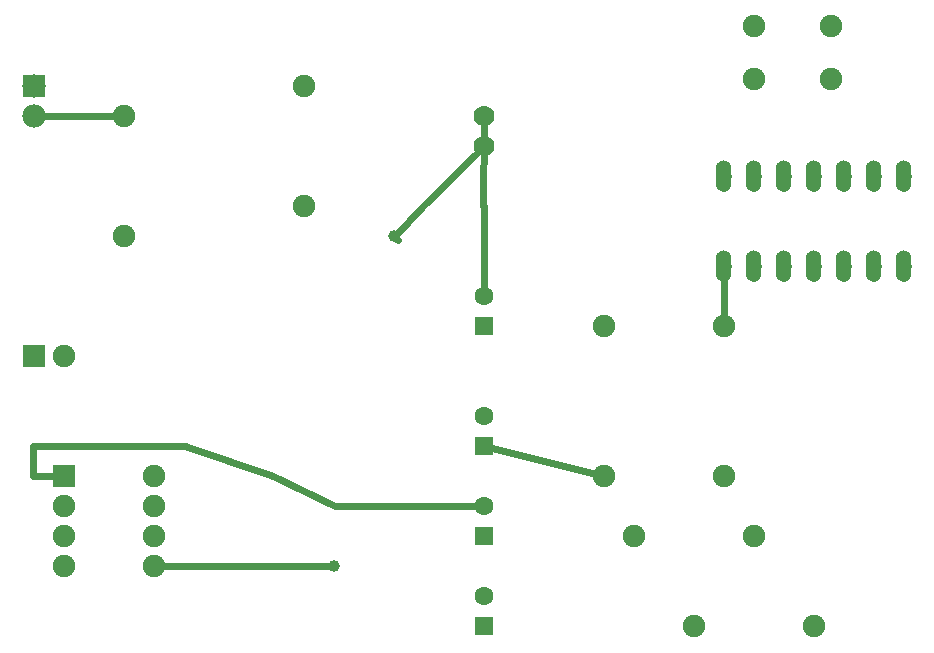
<source format=gtl>
G04 MADE WITH FRITZING*
G04 WWW.FRITZING.ORG*
G04 DOUBLE SIDED*
G04 HOLES PLATED*
G04 CONTOUR ON CENTER OF CONTOUR VECTOR*
%ASAXBY*%
%FSLAX23Y23*%
%MOIN*%
%OFA0B0*%
%SFA1.0B1.0*%
%ADD10C,0.075000*%
%ADD11C,0.070000*%
%ADD12C,0.062992*%
%ADD13C,0.078000*%
%ADD14C,0.052000*%
%ADD15C,0.039370*%
%ADD16R,0.075000X0.075000*%
%ADD17R,0.062992X0.062992*%
%ADD18R,0.078000X0.078000*%
%ADD19C,0.024000*%
%ADD20R,0.001000X0.001000*%
%LNCOPPER1*%
G90*
G70*
G54D10*
X505Y1840D03*
X505Y1440D03*
X205Y1040D03*
X305Y1040D03*
G54D11*
X1705Y1840D03*
X1705Y1740D03*
G54D10*
X1105Y1540D03*
X1105Y1940D03*
X305Y640D03*
X605Y640D03*
X305Y540D03*
X605Y540D03*
X305Y440D03*
X605Y440D03*
X305Y340D03*
X605Y340D03*
G54D12*
X1705Y1141D03*
X1705Y1240D03*
X1705Y141D03*
X1705Y240D03*
X1705Y741D03*
X1705Y840D03*
X1705Y441D03*
X1705Y540D03*
G54D10*
X2605Y2140D03*
X2861Y2140D03*
X2605Y1963D03*
X2861Y1963D03*
G54D13*
X205Y1940D03*
X205Y1840D03*
G54D10*
X2105Y640D03*
X2505Y640D03*
X2205Y440D03*
X2605Y440D03*
X2405Y140D03*
X2805Y140D03*
X2105Y1140D03*
X2505Y1140D03*
G54D14*
X2505Y1340D03*
X2605Y1340D03*
X2705Y1340D03*
X2805Y1340D03*
X2905Y1340D03*
X3005Y1340D03*
X3105Y1340D03*
X3105Y1640D03*
X3005Y1640D03*
X2905Y1640D03*
X2805Y1640D03*
X2705Y1640D03*
X2605Y1640D03*
X2505Y1640D03*
X2505Y1340D03*
X2605Y1340D03*
X2705Y1340D03*
X2805Y1340D03*
X2905Y1340D03*
X3005Y1340D03*
X3105Y1340D03*
X3105Y1640D03*
X3005Y1640D03*
X2905Y1640D03*
X2805Y1640D03*
X2705Y1640D03*
X2605Y1640D03*
X2505Y1640D03*
G54D15*
X1205Y340D03*
X1405Y1440D03*
G54D16*
X205Y1040D03*
X305Y640D03*
G54D17*
X1705Y1141D03*
X1705Y141D03*
X1705Y741D03*
X1705Y441D03*
G54D18*
X205Y1940D03*
G54D19*
X1731Y735D02*
X2077Y647D01*
D02*
X1705Y1814D02*
X1703Y1540D01*
D02*
X235Y1840D02*
X476Y1840D01*
D02*
X2505Y1168D02*
X2505Y1313D01*
D02*
X1706Y1539D02*
X1705Y1267D01*
D02*
X1703Y1540D02*
X1706Y1539D01*
D02*
X1207Y541D02*
X1303Y541D01*
D02*
X1303Y541D02*
X1678Y540D01*
D02*
X1003Y642D02*
X1207Y541D01*
D02*
X203Y742D02*
X707Y739D01*
D02*
X707Y739D02*
X1003Y642D01*
D02*
X203Y639D02*
X203Y742D01*
D02*
X276Y639D02*
X203Y639D01*
D02*
X1186Y340D02*
X633Y340D01*
D02*
X1686Y1721D02*
X1503Y1540D01*
D02*
X1406Y1438D02*
X1419Y1427D01*
D02*
X1503Y1540D02*
X1406Y1438D01*
G54D20*
X2503Y1692D02*
X2505Y1692D01*
X2603Y1692D02*
X2605Y1692D01*
X2703Y1692D02*
X2705Y1692D01*
X2803Y1692D02*
X2805Y1692D01*
X2903Y1692D02*
X2905Y1692D01*
X3003Y1692D02*
X3005Y1692D01*
X3103Y1692D02*
X3105Y1692D01*
X2497Y1691D02*
X2511Y1691D01*
X2597Y1691D02*
X2611Y1691D01*
X2697Y1691D02*
X2711Y1691D01*
X2797Y1691D02*
X2811Y1691D01*
X2897Y1691D02*
X2911Y1691D01*
X2997Y1691D02*
X3011Y1691D01*
X3097Y1691D02*
X3111Y1691D01*
X2494Y1690D02*
X2514Y1690D01*
X2594Y1690D02*
X2614Y1690D01*
X2694Y1690D02*
X2714Y1690D01*
X2794Y1690D02*
X2814Y1690D01*
X2894Y1690D02*
X2914Y1690D01*
X2994Y1690D02*
X3014Y1690D01*
X3094Y1690D02*
X3114Y1690D01*
X2492Y1689D02*
X2515Y1689D01*
X2592Y1689D02*
X2615Y1689D01*
X2692Y1689D02*
X2715Y1689D01*
X2792Y1689D02*
X2815Y1689D01*
X2892Y1689D02*
X2915Y1689D01*
X2992Y1689D02*
X3015Y1689D01*
X3092Y1689D02*
X3115Y1689D01*
X2491Y1688D02*
X2517Y1688D01*
X2591Y1688D02*
X2617Y1688D01*
X2691Y1688D02*
X2717Y1688D01*
X2791Y1688D02*
X2817Y1688D01*
X2891Y1688D02*
X2917Y1688D01*
X2991Y1688D02*
X3017Y1688D01*
X3091Y1688D02*
X3117Y1688D01*
X2489Y1687D02*
X2519Y1687D01*
X2589Y1687D02*
X2619Y1687D01*
X2689Y1687D02*
X2719Y1687D01*
X2789Y1687D02*
X2819Y1687D01*
X2889Y1687D02*
X2919Y1687D01*
X2989Y1687D02*
X3019Y1687D01*
X3089Y1687D02*
X3119Y1687D01*
X2488Y1686D02*
X2520Y1686D01*
X2588Y1686D02*
X2620Y1686D01*
X2688Y1686D02*
X2720Y1686D01*
X2788Y1686D02*
X2820Y1686D01*
X2888Y1686D02*
X2920Y1686D01*
X2988Y1686D02*
X3020Y1686D01*
X3088Y1686D02*
X3120Y1686D01*
X2487Y1685D02*
X2521Y1685D01*
X2587Y1685D02*
X2621Y1685D01*
X2687Y1685D02*
X2721Y1685D01*
X2787Y1685D02*
X2821Y1685D01*
X2887Y1685D02*
X2921Y1685D01*
X2987Y1685D02*
X3021Y1685D01*
X3087Y1685D02*
X3121Y1685D01*
X2486Y1684D02*
X2522Y1684D01*
X2586Y1684D02*
X2622Y1684D01*
X2686Y1684D02*
X2722Y1684D01*
X2786Y1684D02*
X2822Y1684D01*
X2886Y1684D02*
X2922Y1684D01*
X2986Y1684D02*
X3022Y1684D01*
X3086Y1684D02*
X3122Y1684D01*
X2485Y1683D02*
X2523Y1683D01*
X2585Y1683D02*
X2623Y1683D01*
X2685Y1683D02*
X2723Y1683D01*
X2785Y1683D02*
X2823Y1683D01*
X2885Y1683D02*
X2923Y1683D01*
X2985Y1683D02*
X3023Y1683D01*
X3085Y1683D02*
X3123Y1683D01*
X2484Y1682D02*
X2524Y1682D01*
X2584Y1682D02*
X2624Y1682D01*
X2684Y1682D02*
X2724Y1682D01*
X2784Y1682D02*
X2824Y1682D01*
X2884Y1682D02*
X2924Y1682D01*
X2984Y1682D02*
X3024Y1682D01*
X3084Y1682D02*
X3124Y1682D01*
X2483Y1681D02*
X2525Y1681D01*
X2583Y1681D02*
X2625Y1681D01*
X2683Y1681D02*
X2725Y1681D01*
X2783Y1681D02*
X2825Y1681D01*
X2883Y1681D02*
X2925Y1681D01*
X2983Y1681D02*
X3025Y1681D01*
X3083Y1681D02*
X3125Y1681D01*
X2483Y1680D02*
X2525Y1680D01*
X2583Y1680D02*
X2625Y1680D01*
X2683Y1680D02*
X2725Y1680D01*
X2783Y1680D02*
X2825Y1680D01*
X2883Y1680D02*
X2925Y1680D01*
X2983Y1680D02*
X3025Y1680D01*
X3083Y1680D02*
X3125Y1680D01*
X2482Y1679D02*
X2526Y1679D01*
X2582Y1679D02*
X2626Y1679D01*
X2682Y1679D02*
X2726Y1679D01*
X2782Y1679D02*
X2826Y1679D01*
X2882Y1679D02*
X2926Y1679D01*
X2982Y1679D02*
X3026Y1679D01*
X3082Y1679D02*
X3126Y1679D01*
X2481Y1678D02*
X2526Y1678D01*
X2581Y1678D02*
X2626Y1678D01*
X2681Y1678D02*
X2726Y1678D01*
X2781Y1678D02*
X2826Y1678D01*
X2881Y1678D02*
X2926Y1678D01*
X2981Y1678D02*
X3026Y1678D01*
X3081Y1678D02*
X3126Y1678D01*
X2481Y1677D02*
X2527Y1677D01*
X2581Y1677D02*
X2627Y1677D01*
X2681Y1677D02*
X2727Y1677D01*
X2781Y1677D02*
X2827Y1677D01*
X2881Y1677D02*
X2927Y1677D01*
X2981Y1677D02*
X3027Y1677D01*
X3081Y1677D02*
X3127Y1677D01*
X2480Y1676D02*
X2527Y1676D01*
X2580Y1676D02*
X2627Y1676D01*
X2680Y1676D02*
X2727Y1676D01*
X2780Y1676D02*
X2827Y1676D01*
X2880Y1676D02*
X2927Y1676D01*
X2980Y1676D02*
X3027Y1676D01*
X3080Y1676D02*
X3127Y1676D01*
X2480Y1675D02*
X2528Y1675D01*
X2580Y1675D02*
X2628Y1675D01*
X2680Y1675D02*
X2728Y1675D01*
X2780Y1675D02*
X2828Y1675D01*
X2880Y1675D02*
X2928Y1675D01*
X2980Y1675D02*
X3028Y1675D01*
X3080Y1675D02*
X3128Y1675D01*
X2480Y1674D02*
X2528Y1674D01*
X2580Y1674D02*
X2628Y1674D01*
X2680Y1674D02*
X2728Y1674D01*
X2780Y1674D02*
X2828Y1674D01*
X2880Y1674D02*
X2928Y1674D01*
X2980Y1674D02*
X3028Y1674D01*
X3080Y1674D02*
X3128Y1674D01*
X2479Y1673D02*
X2529Y1673D01*
X2579Y1673D02*
X2628Y1673D01*
X2679Y1673D02*
X2728Y1673D01*
X2779Y1673D02*
X2828Y1673D01*
X2879Y1673D02*
X2928Y1673D01*
X2979Y1673D02*
X3028Y1673D01*
X3079Y1673D02*
X3128Y1673D01*
X2479Y1672D02*
X2529Y1672D01*
X2579Y1672D02*
X2629Y1672D01*
X2679Y1672D02*
X2729Y1672D01*
X2779Y1672D02*
X2829Y1672D01*
X2879Y1672D02*
X2929Y1672D01*
X2979Y1672D02*
X3029Y1672D01*
X3079Y1672D02*
X3129Y1672D01*
X2479Y1671D02*
X2529Y1671D01*
X2579Y1671D02*
X2629Y1671D01*
X2679Y1671D02*
X2729Y1671D01*
X2779Y1671D02*
X2829Y1671D01*
X2879Y1671D02*
X2929Y1671D01*
X2979Y1671D02*
X3029Y1671D01*
X3079Y1671D02*
X3129Y1671D01*
X2479Y1670D02*
X2529Y1670D01*
X2579Y1670D02*
X2629Y1670D01*
X2679Y1670D02*
X2729Y1670D01*
X2779Y1670D02*
X2829Y1670D01*
X2879Y1670D02*
X2929Y1670D01*
X2979Y1670D02*
X3029Y1670D01*
X3079Y1670D02*
X3129Y1670D01*
X2479Y1669D02*
X2529Y1669D01*
X2579Y1669D02*
X2629Y1669D01*
X2679Y1669D02*
X2729Y1669D01*
X2779Y1669D02*
X2829Y1669D01*
X2879Y1669D02*
X2929Y1669D01*
X2979Y1669D02*
X3029Y1669D01*
X3079Y1669D02*
X3129Y1669D01*
X2479Y1668D02*
X2529Y1668D01*
X2579Y1668D02*
X2629Y1668D01*
X2679Y1668D02*
X2729Y1668D01*
X2779Y1668D02*
X2829Y1668D01*
X2879Y1668D02*
X2929Y1668D01*
X2979Y1668D02*
X3029Y1668D01*
X3079Y1668D02*
X3129Y1668D01*
X2479Y1667D02*
X2529Y1667D01*
X2578Y1667D02*
X2629Y1667D01*
X2678Y1667D02*
X2729Y1667D01*
X2778Y1667D02*
X2829Y1667D01*
X2878Y1667D02*
X2929Y1667D01*
X2978Y1667D02*
X3029Y1667D01*
X3078Y1667D02*
X3129Y1667D01*
X2478Y1666D02*
X2529Y1666D01*
X2578Y1666D02*
X2629Y1666D01*
X2678Y1666D02*
X2729Y1666D01*
X2778Y1666D02*
X2829Y1666D01*
X2878Y1666D02*
X2929Y1666D01*
X2978Y1666D02*
X3029Y1666D01*
X3078Y1666D02*
X3129Y1666D01*
X2478Y1665D02*
X2529Y1665D01*
X2578Y1665D02*
X2629Y1665D01*
X2678Y1665D02*
X2729Y1665D01*
X2778Y1665D02*
X2829Y1665D01*
X2878Y1665D02*
X2929Y1665D01*
X2978Y1665D02*
X3029Y1665D01*
X3078Y1665D02*
X3129Y1665D01*
X2478Y1664D02*
X2529Y1664D01*
X2578Y1664D02*
X2629Y1664D01*
X2678Y1664D02*
X2729Y1664D01*
X2778Y1664D02*
X2829Y1664D01*
X2878Y1664D02*
X2929Y1664D01*
X2978Y1664D02*
X3029Y1664D01*
X3078Y1664D02*
X3129Y1664D01*
X2478Y1663D02*
X2529Y1663D01*
X2578Y1663D02*
X2629Y1663D01*
X2678Y1663D02*
X2729Y1663D01*
X2778Y1663D02*
X2829Y1663D01*
X2878Y1663D02*
X2929Y1663D01*
X2978Y1663D02*
X3029Y1663D01*
X3078Y1663D02*
X3129Y1663D01*
X2478Y1662D02*
X2529Y1662D01*
X2578Y1662D02*
X2629Y1662D01*
X2678Y1662D02*
X2729Y1662D01*
X2778Y1662D02*
X2829Y1662D01*
X2878Y1662D02*
X2929Y1662D01*
X2978Y1662D02*
X3029Y1662D01*
X3078Y1662D02*
X3129Y1662D01*
X2478Y1661D02*
X2529Y1661D01*
X2578Y1661D02*
X2629Y1661D01*
X2678Y1661D02*
X2729Y1661D01*
X2778Y1661D02*
X2829Y1661D01*
X2878Y1661D02*
X2929Y1661D01*
X2978Y1661D02*
X3029Y1661D01*
X3078Y1661D02*
X3129Y1661D01*
X2478Y1660D02*
X2529Y1660D01*
X2578Y1660D02*
X2629Y1660D01*
X2678Y1660D02*
X2729Y1660D01*
X2778Y1660D02*
X2829Y1660D01*
X2878Y1660D02*
X2929Y1660D01*
X2978Y1660D02*
X3029Y1660D01*
X3078Y1660D02*
X3129Y1660D01*
X2478Y1659D02*
X2529Y1659D01*
X2578Y1659D02*
X2629Y1659D01*
X2678Y1659D02*
X2729Y1659D01*
X2778Y1659D02*
X2829Y1659D01*
X2878Y1659D02*
X2929Y1659D01*
X2978Y1659D02*
X3029Y1659D01*
X3078Y1659D02*
X3129Y1659D01*
X2478Y1658D02*
X2529Y1658D01*
X2578Y1658D02*
X2629Y1658D01*
X2678Y1658D02*
X2729Y1658D01*
X2778Y1658D02*
X2829Y1658D01*
X2878Y1658D02*
X2929Y1658D01*
X2978Y1658D02*
X3029Y1658D01*
X3078Y1658D02*
X3129Y1658D01*
X2478Y1657D02*
X2529Y1657D01*
X2578Y1657D02*
X2629Y1657D01*
X2678Y1657D02*
X2729Y1657D01*
X2778Y1657D02*
X2829Y1657D01*
X2878Y1657D02*
X2929Y1657D01*
X2978Y1657D02*
X3029Y1657D01*
X3078Y1657D02*
X3129Y1657D01*
X2478Y1656D02*
X2503Y1656D01*
X2505Y1656D02*
X2529Y1656D01*
X2578Y1656D02*
X2603Y1656D01*
X2605Y1656D02*
X2629Y1656D01*
X2678Y1656D02*
X2703Y1656D01*
X2705Y1656D02*
X2729Y1656D01*
X2778Y1656D02*
X2803Y1656D01*
X2805Y1656D02*
X2829Y1656D01*
X2878Y1656D02*
X2903Y1656D01*
X2905Y1656D02*
X2929Y1656D01*
X2978Y1656D02*
X3003Y1656D01*
X3005Y1656D02*
X3029Y1656D01*
X3078Y1656D02*
X3103Y1656D01*
X3105Y1656D02*
X3129Y1656D01*
X2478Y1655D02*
X2498Y1655D01*
X2510Y1655D02*
X2529Y1655D01*
X2578Y1655D02*
X2598Y1655D01*
X2610Y1655D02*
X2629Y1655D01*
X2678Y1655D02*
X2698Y1655D01*
X2710Y1655D02*
X2729Y1655D01*
X2778Y1655D02*
X2798Y1655D01*
X2810Y1655D02*
X2829Y1655D01*
X2878Y1655D02*
X2898Y1655D01*
X2910Y1655D02*
X2929Y1655D01*
X2978Y1655D02*
X2998Y1655D01*
X3010Y1655D02*
X3029Y1655D01*
X3078Y1655D02*
X3098Y1655D01*
X3110Y1655D02*
X3129Y1655D01*
X2478Y1654D02*
X2496Y1654D01*
X2512Y1654D02*
X2529Y1654D01*
X2578Y1654D02*
X2596Y1654D01*
X2612Y1654D02*
X2629Y1654D01*
X2678Y1654D02*
X2696Y1654D01*
X2712Y1654D02*
X2729Y1654D01*
X2778Y1654D02*
X2796Y1654D01*
X2812Y1654D02*
X2829Y1654D01*
X2878Y1654D02*
X2896Y1654D01*
X2912Y1654D02*
X2929Y1654D01*
X2978Y1654D02*
X2996Y1654D01*
X3012Y1654D02*
X3029Y1654D01*
X3078Y1654D02*
X3096Y1654D01*
X3112Y1654D02*
X3129Y1654D01*
X2478Y1653D02*
X2494Y1653D01*
X2514Y1653D02*
X2529Y1653D01*
X2578Y1653D02*
X2594Y1653D01*
X2614Y1653D02*
X2629Y1653D01*
X2678Y1653D02*
X2694Y1653D01*
X2714Y1653D02*
X2729Y1653D01*
X2778Y1653D02*
X2794Y1653D01*
X2814Y1653D02*
X2829Y1653D01*
X2878Y1653D02*
X2894Y1653D01*
X2914Y1653D02*
X2929Y1653D01*
X2978Y1653D02*
X2994Y1653D01*
X3014Y1653D02*
X3029Y1653D01*
X3078Y1653D02*
X3094Y1653D01*
X3114Y1653D02*
X3129Y1653D01*
X2478Y1652D02*
X2493Y1652D01*
X2515Y1652D02*
X2529Y1652D01*
X2578Y1652D02*
X2593Y1652D01*
X2615Y1652D02*
X2629Y1652D01*
X2678Y1652D02*
X2693Y1652D01*
X2715Y1652D02*
X2729Y1652D01*
X2778Y1652D02*
X2793Y1652D01*
X2815Y1652D02*
X2829Y1652D01*
X2878Y1652D02*
X2893Y1652D01*
X2915Y1652D02*
X2929Y1652D01*
X2978Y1652D02*
X2993Y1652D01*
X3015Y1652D02*
X3029Y1652D01*
X3078Y1652D02*
X3093Y1652D01*
X3115Y1652D02*
X3129Y1652D01*
X2478Y1651D02*
X2492Y1651D01*
X2516Y1651D02*
X2529Y1651D01*
X2578Y1651D02*
X2592Y1651D01*
X2616Y1651D02*
X2629Y1651D01*
X2678Y1651D02*
X2692Y1651D01*
X2716Y1651D02*
X2729Y1651D01*
X2778Y1651D02*
X2792Y1651D01*
X2816Y1651D02*
X2829Y1651D01*
X2878Y1651D02*
X2892Y1651D01*
X2916Y1651D02*
X2929Y1651D01*
X2978Y1651D02*
X2992Y1651D01*
X3016Y1651D02*
X3029Y1651D01*
X3078Y1651D02*
X3092Y1651D01*
X3116Y1651D02*
X3129Y1651D01*
X2478Y1650D02*
X2491Y1650D01*
X2517Y1650D02*
X2529Y1650D01*
X2578Y1650D02*
X2591Y1650D01*
X2617Y1650D02*
X2629Y1650D01*
X2678Y1650D02*
X2691Y1650D01*
X2717Y1650D02*
X2729Y1650D01*
X2778Y1650D02*
X2791Y1650D01*
X2817Y1650D02*
X2829Y1650D01*
X2878Y1650D02*
X2891Y1650D01*
X2917Y1650D02*
X2929Y1650D01*
X2978Y1650D02*
X2991Y1650D01*
X3017Y1650D02*
X3029Y1650D01*
X3078Y1650D02*
X3091Y1650D01*
X3117Y1650D02*
X3129Y1650D01*
X2478Y1649D02*
X2490Y1649D01*
X2518Y1649D02*
X2529Y1649D01*
X2578Y1649D02*
X2590Y1649D01*
X2618Y1649D02*
X2629Y1649D01*
X2678Y1649D02*
X2690Y1649D01*
X2718Y1649D02*
X2729Y1649D01*
X2778Y1649D02*
X2790Y1649D01*
X2818Y1649D02*
X2829Y1649D01*
X2878Y1649D02*
X2890Y1649D01*
X2918Y1649D02*
X2929Y1649D01*
X2978Y1649D02*
X2990Y1649D01*
X3018Y1649D02*
X3029Y1649D01*
X3078Y1649D02*
X3090Y1649D01*
X3118Y1649D02*
X3129Y1649D01*
X2478Y1648D02*
X2490Y1648D01*
X2518Y1648D02*
X2529Y1648D01*
X2578Y1648D02*
X2590Y1648D01*
X2618Y1648D02*
X2629Y1648D01*
X2678Y1648D02*
X2690Y1648D01*
X2718Y1648D02*
X2729Y1648D01*
X2778Y1648D02*
X2790Y1648D01*
X2818Y1648D02*
X2829Y1648D01*
X2878Y1648D02*
X2890Y1648D01*
X2918Y1648D02*
X2929Y1648D01*
X2978Y1648D02*
X2990Y1648D01*
X3018Y1648D02*
X3029Y1648D01*
X3078Y1648D02*
X3090Y1648D01*
X3118Y1648D02*
X3129Y1648D01*
X2478Y1647D02*
X2489Y1647D01*
X2519Y1647D02*
X2529Y1647D01*
X2578Y1647D02*
X2589Y1647D01*
X2619Y1647D02*
X2629Y1647D01*
X2678Y1647D02*
X2689Y1647D01*
X2719Y1647D02*
X2729Y1647D01*
X2778Y1647D02*
X2789Y1647D01*
X2819Y1647D02*
X2829Y1647D01*
X2878Y1647D02*
X2889Y1647D01*
X2919Y1647D02*
X2929Y1647D01*
X2978Y1647D02*
X2989Y1647D01*
X3019Y1647D02*
X3029Y1647D01*
X3078Y1647D02*
X3089Y1647D01*
X3119Y1647D02*
X3129Y1647D01*
X2478Y1646D02*
X2489Y1646D01*
X2519Y1646D02*
X2529Y1646D01*
X2578Y1646D02*
X2589Y1646D01*
X2619Y1646D02*
X2629Y1646D01*
X2678Y1646D02*
X2689Y1646D01*
X2719Y1646D02*
X2729Y1646D01*
X2778Y1646D02*
X2789Y1646D01*
X2819Y1646D02*
X2829Y1646D01*
X2878Y1646D02*
X2889Y1646D01*
X2919Y1646D02*
X2929Y1646D01*
X2978Y1646D02*
X2989Y1646D01*
X3019Y1646D02*
X3029Y1646D01*
X3078Y1646D02*
X3089Y1646D01*
X3119Y1646D02*
X3129Y1646D01*
X2478Y1645D02*
X2488Y1645D01*
X2520Y1645D02*
X2529Y1645D01*
X2578Y1645D02*
X2588Y1645D01*
X2620Y1645D02*
X2629Y1645D01*
X2678Y1645D02*
X2688Y1645D01*
X2720Y1645D02*
X2729Y1645D01*
X2778Y1645D02*
X2788Y1645D01*
X2820Y1645D02*
X2829Y1645D01*
X2878Y1645D02*
X2888Y1645D01*
X2920Y1645D02*
X2929Y1645D01*
X2978Y1645D02*
X2988Y1645D01*
X3020Y1645D02*
X3029Y1645D01*
X3078Y1645D02*
X3088Y1645D01*
X3120Y1645D02*
X3129Y1645D01*
X2478Y1644D02*
X2488Y1644D01*
X2520Y1644D02*
X2529Y1644D01*
X2578Y1644D02*
X2588Y1644D01*
X2620Y1644D02*
X2629Y1644D01*
X2678Y1644D02*
X2688Y1644D01*
X2720Y1644D02*
X2729Y1644D01*
X2778Y1644D02*
X2788Y1644D01*
X2820Y1644D02*
X2829Y1644D01*
X2878Y1644D02*
X2888Y1644D01*
X2920Y1644D02*
X2929Y1644D01*
X2978Y1644D02*
X2988Y1644D01*
X3020Y1644D02*
X3029Y1644D01*
X3078Y1644D02*
X3088Y1644D01*
X3120Y1644D02*
X3129Y1644D01*
X2478Y1643D02*
X2488Y1643D01*
X2520Y1643D02*
X2529Y1643D01*
X2578Y1643D02*
X2588Y1643D01*
X2620Y1643D02*
X2629Y1643D01*
X2678Y1643D02*
X2688Y1643D01*
X2720Y1643D02*
X2729Y1643D01*
X2778Y1643D02*
X2788Y1643D01*
X2820Y1643D02*
X2829Y1643D01*
X2878Y1643D02*
X2888Y1643D01*
X2920Y1643D02*
X2929Y1643D01*
X2978Y1643D02*
X2988Y1643D01*
X3020Y1643D02*
X3029Y1643D01*
X3078Y1643D02*
X3088Y1643D01*
X3120Y1643D02*
X3129Y1643D01*
X2478Y1642D02*
X2488Y1642D01*
X2520Y1642D02*
X2529Y1642D01*
X2578Y1642D02*
X2588Y1642D01*
X2620Y1642D02*
X2629Y1642D01*
X2678Y1642D02*
X2688Y1642D01*
X2720Y1642D02*
X2729Y1642D01*
X2778Y1642D02*
X2788Y1642D01*
X2820Y1642D02*
X2829Y1642D01*
X2878Y1642D02*
X2888Y1642D01*
X2920Y1642D02*
X2929Y1642D01*
X2978Y1642D02*
X2988Y1642D01*
X3020Y1642D02*
X3029Y1642D01*
X3078Y1642D02*
X3088Y1642D01*
X3120Y1642D02*
X3129Y1642D01*
X2478Y1641D02*
X2488Y1641D01*
X2520Y1641D02*
X2529Y1641D01*
X2578Y1641D02*
X2588Y1641D01*
X2620Y1641D02*
X2629Y1641D01*
X2678Y1641D02*
X2688Y1641D01*
X2720Y1641D02*
X2729Y1641D01*
X2778Y1641D02*
X2788Y1641D01*
X2820Y1641D02*
X2829Y1641D01*
X2878Y1641D02*
X2888Y1641D01*
X2920Y1641D02*
X2929Y1641D01*
X2978Y1641D02*
X2988Y1641D01*
X3020Y1641D02*
X3029Y1641D01*
X3078Y1641D02*
X3088Y1641D01*
X3120Y1641D02*
X3129Y1641D01*
X2478Y1640D02*
X2487Y1640D01*
X2520Y1640D02*
X2529Y1640D01*
X2578Y1640D02*
X2587Y1640D01*
X2620Y1640D02*
X2629Y1640D01*
X2678Y1640D02*
X2687Y1640D01*
X2720Y1640D02*
X2729Y1640D01*
X2778Y1640D02*
X2787Y1640D01*
X2820Y1640D02*
X2829Y1640D01*
X2878Y1640D02*
X2887Y1640D01*
X2920Y1640D02*
X2929Y1640D01*
X2978Y1640D02*
X2987Y1640D01*
X3020Y1640D02*
X3029Y1640D01*
X3078Y1640D02*
X3087Y1640D01*
X3120Y1640D02*
X3129Y1640D01*
X2478Y1639D02*
X2488Y1639D01*
X2520Y1639D02*
X2529Y1639D01*
X2578Y1639D02*
X2588Y1639D01*
X2620Y1639D02*
X2629Y1639D01*
X2678Y1639D02*
X2688Y1639D01*
X2720Y1639D02*
X2729Y1639D01*
X2778Y1639D02*
X2788Y1639D01*
X2820Y1639D02*
X2829Y1639D01*
X2878Y1639D02*
X2888Y1639D01*
X2920Y1639D02*
X2929Y1639D01*
X2978Y1639D02*
X2988Y1639D01*
X3020Y1639D02*
X3029Y1639D01*
X3078Y1639D02*
X3088Y1639D01*
X3120Y1639D02*
X3129Y1639D01*
X2478Y1638D02*
X2488Y1638D01*
X2520Y1638D02*
X2529Y1638D01*
X2578Y1638D02*
X2588Y1638D01*
X2620Y1638D02*
X2629Y1638D01*
X2678Y1638D02*
X2688Y1638D01*
X2720Y1638D02*
X2729Y1638D01*
X2778Y1638D02*
X2788Y1638D01*
X2820Y1638D02*
X2829Y1638D01*
X2878Y1638D02*
X2888Y1638D01*
X2920Y1638D02*
X2929Y1638D01*
X2978Y1638D02*
X2988Y1638D01*
X3020Y1638D02*
X3029Y1638D01*
X3078Y1638D02*
X3088Y1638D01*
X3120Y1638D02*
X3129Y1638D01*
X2478Y1637D02*
X2488Y1637D01*
X2520Y1637D02*
X2529Y1637D01*
X2578Y1637D02*
X2588Y1637D01*
X2620Y1637D02*
X2629Y1637D01*
X2678Y1637D02*
X2688Y1637D01*
X2720Y1637D02*
X2729Y1637D01*
X2778Y1637D02*
X2788Y1637D01*
X2820Y1637D02*
X2829Y1637D01*
X2878Y1637D02*
X2888Y1637D01*
X2920Y1637D02*
X2929Y1637D01*
X2978Y1637D02*
X2988Y1637D01*
X3020Y1637D02*
X3029Y1637D01*
X3078Y1637D02*
X3088Y1637D01*
X3120Y1637D02*
X3129Y1637D01*
X2478Y1636D02*
X2488Y1636D01*
X2520Y1636D02*
X2529Y1636D01*
X2578Y1636D02*
X2588Y1636D01*
X2620Y1636D02*
X2629Y1636D01*
X2678Y1636D02*
X2688Y1636D01*
X2720Y1636D02*
X2729Y1636D01*
X2778Y1636D02*
X2788Y1636D01*
X2820Y1636D02*
X2829Y1636D01*
X2878Y1636D02*
X2888Y1636D01*
X2920Y1636D02*
X2929Y1636D01*
X2978Y1636D02*
X2988Y1636D01*
X3020Y1636D02*
X3029Y1636D01*
X3078Y1636D02*
X3088Y1636D01*
X3120Y1636D02*
X3129Y1636D01*
X2478Y1635D02*
X2488Y1635D01*
X2520Y1635D02*
X2529Y1635D01*
X2578Y1635D02*
X2588Y1635D01*
X2620Y1635D02*
X2629Y1635D01*
X2678Y1635D02*
X2688Y1635D01*
X2720Y1635D02*
X2729Y1635D01*
X2778Y1635D02*
X2788Y1635D01*
X2820Y1635D02*
X2829Y1635D01*
X2878Y1635D02*
X2888Y1635D01*
X2920Y1635D02*
X2929Y1635D01*
X2978Y1635D02*
X2988Y1635D01*
X3020Y1635D02*
X3029Y1635D01*
X3078Y1635D02*
X3088Y1635D01*
X3119Y1635D02*
X3129Y1635D01*
X2478Y1634D02*
X2489Y1634D01*
X2519Y1634D02*
X2529Y1634D01*
X2578Y1634D02*
X2589Y1634D01*
X2619Y1634D02*
X2629Y1634D01*
X2678Y1634D02*
X2689Y1634D01*
X2719Y1634D02*
X2729Y1634D01*
X2778Y1634D02*
X2789Y1634D01*
X2819Y1634D02*
X2829Y1634D01*
X2878Y1634D02*
X2889Y1634D01*
X2919Y1634D02*
X2929Y1634D01*
X2978Y1634D02*
X2989Y1634D01*
X3019Y1634D02*
X3029Y1634D01*
X3078Y1634D02*
X3089Y1634D01*
X3119Y1634D02*
X3129Y1634D01*
X2478Y1633D02*
X2489Y1633D01*
X2519Y1633D02*
X2529Y1633D01*
X2578Y1633D02*
X2589Y1633D01*
X2619Y1633D02*
X2629Y1633D01*
X2678Y1633D02*
X2689Y1633D01*
X2719Y1633D02*
X2729Y1633D01*
X2778Y1633D02*
X2789Y1633D01*
X2819Y1633D02*
X2829Y1633D01*
X2878Y1633D02*
X2889Y1633D01*
X2919Y1633D02*
X2929Y1633D01*
X2978Y1633D02*
X2989Y1633D01*
X3019Y1633D02*
X3029Y1633D01*
X3078Y1633D02*
X3089Y1633D01*
X3119Y1633D02*
X3129Y1633D01*
X2478Y1632D02*
X2490Y1632D01*
X2518Y1632D02*
X2529Y1632D01*
X2578Y1632D02*
X2590Y1632D01*
X2618Y1632D02*
X2629Y1632D01*
X2678Y1632D02*
X2690Y1632D01*
X2718Y1632D02*
X2729Y1632D01*
X2778Y1632D02*
X2790Y1632D01*
X2818Y1632D02*
X2829Y1632D01*
X2878Y1632D02*
X2890Y1632D01*
X2918Y1632D02*
X2929Y1632D01*
X2978Y1632D02*
X2990Y1632D01*
X3018Y1632D02*
X3029Y1632D01*
X3078Y1632D02*
X3090Y1632D01*
X3118Y1632D02*
X3129Y1632D01*
X2478Y1631D02*
X2490Y1631D01*
X2518Y1631D02*
X2529Y1631D01*
X2578Y1631D02*
X2590Y1631D01*
X2618Y1631D02*
X2629Y1631D01*
X2678Y1631D02*
X2690Y1631D01*
X2718Y1631D02*
X2729Y1631D01*
X2778Y1631D02*
X2790Y1631D01*
X2818Y1631D02*
X2829Y1631D01*
X2878Y1631D02*
X2890Y1631D01*
X2918Y1631D02*
X2929Y1631D01*
X2978Y1631D02*
X2990Y1631D01*
X3018Y1631D02*
X3029Y1631D01*
X3078Y1631D02*
X3090Y1631D01*
X3118Y1631D02*
X3129Y1631D01*
X2478Y1630D02*
X2491Y1630D01*
X2517Y1630D02*
X2529Y1630D01*
X2578Y1630D02*
X2591Y1630D01*
X2617Y1630D02*
X2629Y1630D01*
X2678Y1630D02*
X2691Y1630D01*
X2717Y1630D02*
X2729Y1630D01*
X2778Y1630D02*
X2791Y1630D01*
X2817Y1630D02*
X2829Y1630D01*
X2878Y1630D02*
X2891Y1630D01*
X2917Y1630D02*
X2929Y1630D01*
X2978Y1630D02*
X2991Y1630D01*
X3017Y1630D02*
X3029Y1630D01*
X3078Y1630D02*
X3091Y1630D01*
X3117Y1630D02*
X3129Y1630D01*
X2478Y1629D02*
X2492Y1629D01*
X2516Y1629D02*
X2529Y1629D01*
X2578Y1629D02*
X2592Y1629D01*
X2616Y1629D02*
X2629Y1629D01*
X2678Y1629D02*
X2692Y1629D01*
X2716Y1629D02*
X2729Y1629D01*
X2778Y1629D02*
X2792Y1629D01*
X2816Y1629D02*
X2829Y1629D01*
X2878Y1629D02*
X2892Y1629D01*
X2916Y1629D02*
X2929Y1629D01*
X2978Y1629D02*
X2992Y1629D01*
X3016Y1629D02*
X3029Y1629D01*
X3078Y1629D02*
X3092Y1629D01*
X3116Y1629D02*
X3129Y1629D01*
X2478Y1628D02*
X2493Y1628D01*
X2515Y1628D02*
X2529Y1628D01*
X2578Y1628D02*
X2593Y1628D01*
X2615Y1628D02*
X2629Y1628D01*
X2678Y1628D02*
X2693Y1628D01*
X2715Y1628D02*
X2729Y1628D01*
X2778Y1628D02*
X2793Y1628D01*
X2815Y1628D02*
X2829Y1628D01*
X2878Y1628D02*
X2893Y1628D01*
X2915Y1628D02*
X2929Y1628D01*
X2978Y1628D02*
X2993Y1628D01*
X3015Y1628D02*
X3029Y1628D01*
X3078Y1628D02*
X3093Y1628D01*
X3115Y1628D02*
X3129Y1628D01*
X2478Y1627D02*
X2494Y1627D01*
X2514Y1627D02*
X2529Y1627D01*
X2578Y1627D02*
X2594Y1627D01*
X2614Y1627D02*
X2629Y1627D01*
X2678Y1627D02*
X2694Y1627D01*
X2714Y1627D02*
X2729Y1627D01*
X2778Y1627D02*
X2794Y1627D01*
X2814Y1627D02*
X2829Y1627D01*
X2878Y1627D02*
X2894Y1627D01*
X2914Y1627D02*
X2929Y1627D01*
X2978Y1627D02*
X2994Y1627D01*
X3014Y1627D02*
X3029Y1627D01*
X3078Y1627D02*
X3094Y1627D01*
X3114Y1627D02*
X3129Y1627D01*
X2478Y1626D02*
X2496Y1626D01*
X2512Y1626D02*
X2529Y1626D01*
X2578Y1626D02*
X2596Y1626D01*
X2612Y1626D02*
X2629Y1626D01*
X2678Y1626D02*
X2696Y1626D01*
X2712Y1626D02*
X2729Y1626D01*
X2778Y1626D02*
X2796Y1626D01*
X2812Y1626D02*
X2829Y1626D01*
X2878Y1626D02*
X2896Y1626D01*
X2912Y1626D02*
X2929Y1626D01*
X2978Y1626D02*
X2996Y1626D01*
X3012Y1626D02*
X3029Y1626D01*
X3078Y1626D02*
X3096Y1626D01*
X3112Y1626D02*
X3129Y1626D01*
X2478Y1625D02*
X2498Y1625D01*
X2510Y1625D02*
X2529Y1625D01*
X2578Y1625D02*
X2598Y1625D01*
X2610Y1625D02*
X2629Y1625D01*
X2678Y1625D02*
X2698Y1625D01*
X2710Y1625D02*
X2729Y1625D01*
X2778Y1625D02*
X2798Y1625D01*
X2810Y1625D02*
X2829Y1625D01*
X2878Y1625D02*
X2898Y1625D01*
X2910Y1625D02*
X2929Y1625D01*
X2978Y1625D02*
X2998Y1625D01*
X3010Y1625D02*
X3029Y1625D01*
X3078Y1625D02*
X3098Y1625D01*
X3110Y1625D02*
X3129Y1625D01*
X2478Y1624D02*
X2529Y1624D01*
X2578Y1624D02*
X2629Y1624D01*
X2678Y1624D02*
X2729Y1624D01*
X2778Y1624D02*
X2829Y1624D01*
X2878Y1624D02*
X2929Y1624D01*
X2978Y1624D02*
X3029Y1624D01*
X3078Y1624D02*
X3129Y1624D01*
X2478Y1623D02*
X2529Y1623D01*
X2578Y1623D02*
X2629Y1623D01*
X2678Y1623D02*
X2729Y1623D01*
X2778Y1623D02*
X2829Y1623D01*
X2878Y1623D02*
X2929Y1623D01*
X2978Y1623D02*
X3029Y1623D01*
X3078Y1623D02*
X3129Y1623D01*
X2478Y1622D02*
X2529Y1622D01*
X2578Y1622D02*
X2629Y1622D01*
X2678Y1622D02*
X2729Y1622D01*
X2778Y1622D02*
X2829Y1622D01*
X2878Y1622D02*
X2929Y1622D01*
X2978Y1622D02*
X3029Y1622D01*
X3078Y1622D02*
X3129Y1622D01*
X2478Y1621D02*
X2529Y1621D01*
X2578Y1621D02*
X2629Y1621D01*
X2678Y1621D02*
X2729Y1621D01*
X2778Y1621D02*
X2829Y1621D01*
X2878Y1621D02*
X2929Y1621D01*
X2978Y1621D02*
X3029Y1621D01*
X3078Y1621D02*
X3129Y1621D01*
X2478Y1620D02*
X2529Y1620D01*
X2578Y1620D02*
X2629Y1620D01*
X2678Y1620D02*
X2729Y1620D01*
X2778Y1620D02*
X2829Y1620D01*
X2878Y1620D02*
X2929Y1620D01*
X2978Y1620D02*
X3029Y1620D01*
X3078Y1620D02*
X3129Y1620D01*
X2478Y1619D02*
X2529Y1619D01*
X2578Y1619D02*
X2629Y1619D01*
X2678Y1619D02*
X2729Y1619D01*
X2778Y1619D02*
X2829Y1619D01*
X2878Y1619D02*
X2929Y1619D01*
X2978Y1619D02*
X3029Y1619D01*
X3078Y1619D02*
X3129Y1619D01*
X2478Y1618D02*
X2529Y1618D01*
X2578Y1618D02*
X2629Y1618D01*
X2678Y1618D02*
X2729Y1618D01*
X2778Y1618D02*
X2829Y1618D01*
X2878Y1618D02*
X2929Y1618D01*
X2978Y1618D02*
X3029Y1618D01*
X3078Y1618D02*
X3129Y1618D01*
X2478Y1617D02*
X2529Y1617D01*
X2578Y1617D02*
X2629Y1617D01*
X2678Y1617D02*
X2729Y1617D01*
X2778Y1617D02*
X2829Y1617D01*
X2878Y1617D02*
X2929Y1617D01*
X2978Y1617D02*
X3029Y1617D01*
X3078Y1617D02*
X3129Y1617D01*
X2478Y1616D02*
X2529Y1616D01*
X2578Y1616D02*
X2629Y1616D01*
X2678Y1616D02*
X2729Y1616D01*
X2778Y1616D02*
X2829Y1616D01*
X2878Y1616D02*
X2929Y1616D01*
X2978Y1616D02*
X3029Y1616D01*
X3078Y1616D02*
X3129Y1616D01*
X2478Y1615D02*
X2529Y1615D01*
X2578Y1615D02*
X2629Y1615D01*
X2678Y1615D02*
X2729Y1615D01*
X2778Y1615D02*
X2829Y1615D01*
X2878Y1615D02*
X2929Y1615D01*
X2978Y1615D02*
X3029Y1615D01*
X3078Y1615D02*
X3129Y1615D01*
X2478Y1614D02*
X2529Y1614D01*
X2578Y1614D02*
X2629Y1614D01*
X2678Y1614D02*
X2729Y1614D01*
X2778Y1614D02*
X2829Y1614D01*
X2878Y1614D02*
X2929Y1614D01*
X2978Y1614D02*
X3029Y1614D01*
X3078Y1614D02*
X3129Y1614D01*
X2479Y1613D02*
X2529Y1613D01*
X2579Y1613D02*
X2629Y1613D01*
X2678Y1613D02*
X2729Y1613D01*
X2778Y1613D02*
X2829Y1613D01*
X2878Y1613D02*
X2929Y1613D01*
X2978Y1613D02*
X3029Y1613D01*
X3078Y1613D02*
X3129Y1613D01*
X2479Y1612D02*
X2529Y1612D01*
X2579Y1612D02*
X2629Y1612D01*
X2679Y1612D02*
X2729Y1612D01*
X2779Y1612D02*
X2829Y1612D01*
X2879Y1612D02*
X2929Y1612D01*
X2979Y1612D02*
X3029Y1612D01*
X3079Y1612D02*
X3129Y1612D01*
X2479Y1611D02*
X2529Y1611D01*
X2579Y1611D02*
X2629Y1611D01*
X2679Y1611D02*
X2729Y1611D01*
X2779Y1611D02*
X2829Y1611D01*
X2879Y1611D02*
X2929Y1611D01*
X2979Y1611D02*
X3029Y1611D01*
X3079Y1611D02*
X3129Y1611D01*
X2479Y1610D02*
X2529Y1610D01*
X2579Y1610D02*
X2629Y1610D01*
X2679Y1610D02*
X2729Y1610D01*
X2779Y1610D02*
X2829Y1610D01*
X2879Y1610D02*
X2929Y1610D01*
X2979Y1610D02*
X3029Y1610D01*
X3079Y1610D02*
X3129Y1610D01*
X2479Y1609D02*
X2529Y1609D01*
X2579Y1609D02*
X2629Y1609D01*
X2679Y1609D02*
X2729Y1609D01*
X2779Y1609D02*
X2829Y1609D01*
X2879Y1609D02*
X2929Y1609D01*
X2979Y1609D02*
X3029Y1609D01*
X3079Y1609D02*
X3129Y1609D01*
X2479Y1608D02*
X2529Y1608D01*
X2579Y1608D02*
X2629Y1608D01*
X2679Y1608D02*
X2729Y1608D01*
X2779Y1608D02*
X2829Y1608D01*
X2879Y1608D02*
X2929Y1608D01*
X2979Y1608D02*
X3029Y1608D01*
X3079Y1608D02*
X3129Y1608D01*
X2479Y1607D02*
X2528Y1607D01*
X2579Y1607D02*
X2628Y1607D01*
X2679Y1607D02*
X2728Y1607D01*
X2779Y1607D02*
X2828Y1607D01*
X2879Y1607D02*
X2928Y1607D01*
X2979Y1607D02*
X3028Y1607D01*
X3079Y1607D02*
X3128Y1607D01*
X2480Y1606D02*
X2528Y1606D01*
X2580Y1606D02*
X2628Y1606D01*
X2680Y1606D02*
X2728Y1606D01*
X2780Y1606D02*
X2828Y1606D01*
X2880Y1606D02*
X2928Y1606D01*
X2980Y1606D02*
X3028Y1606D01*
X3080Y1606D02*
X3128Y1606D01*
X2480Y1605D02*
X2528Y1605D01*
X2580Y1605D02*
X2628Y1605D01*
X2680Y1605D02*
X2728Y1605D01*
X2780Y1605D02*
X2828Y1605D01*
X2880Y1605D02*
X2928Y1605D01*
X2980Y1605D02*
X3028Y1605D01*
X3080Y1605D02*
X3128Y1605D01*
X2480Y1604D02*
X2527Y1604D01*
X2580Y1604D02*
X2627Y1604D01*
X2680Y1604D02*
X2727Y1604D01*
X2780Y1604D02*
X2827Y1604D01*
X2880Y1604D02*
X2927Y1604D01*
X2980Y1604D02*
X3027Y1604D01*
X3080Y1604D02*
X3127Y1604D01*
X2481Y1603D02*
X2527Y1603D01*
X2581Y1603D02*
X2627Y1603D01*
X2681Y1603D02*
X2727Y1603D01*
X2781Y1603D02*
X2827Y1603D01*
X2881Y1603D02*
X2927Y1603D01*
X2981Y1603D02*
X3027Y1603D01*
X3081Y1603D02*
X3127Y1603D01*
X2482Y1602D02*
X2526Y1602D01*
X2582Y1602D02*
X2626Y1602D01*
X2682Y1602D02*
X2726Y1602D01*
X2782Y1602D02*
X2826Y1602D01*
X2882Y1602D02*
X2926Y1602D01*
X2982Y1602D02*
X3026Y1602D01*
X3082Y1602D02*
X3126Y1602D01*
X2482Y1601D02*
X2526Y1601D01*
X2582Y1601D02*
X2626Y1601D01*
X2682Y1601D02*
X2726Y1601D01*
X2782Y1601D02*
X2826Y1601D01*
X2882Y1601D02*
X2926Y1601D01*
X2982Y1601D02*
X3026Y1601D01*
X3082Y1601D02*
X3126Y1601D01*
X2483Y1600D02*
X2525Y1600D01*
X2583Y1600D02*
X2625Y1600D01*
X2683Y1600D02*
X2725Y1600D01*
X2783Y1600D02*
X2825Y1600D01*
X2883Y1600D02*
X2925Y1600D01*
X2983Y1600D02*
X3025Y1600D01*
X3083Y1600D02*
X3125Y1600D01*
X2483Y1599D02*
X2525Y1599D01*
X2583Y1599D02*
X2625Y1599D01*
X2683Y1599D02*
X2725Y1599D01*
X2783Y1599D02*
X2825Y1599D01*
X2883Y1599D02*
X2925Y1599D01*
X2983Y1599D02*
X3025Y1599D01*
X3083Y1599D02*
X3125Y1599D01*
X2484Y1598D02*
X2524Y1598D01*
X2584Y1598D02*
X2624Y1598D01*
X2684Y1598D02*
X2724Y1598D01*
X2784Y1598D02*
X2824Y1598D01*
X2884Y1598D02*
X2924Y1598D01*
X2984Y1598D02*
X3024Y1598D01*
X3084Y1598D02*
X3124Y1598D01*
X2485Y1597D02*
X2523Y1597D01*
X2585Y1597D02*
X2623Y1597D01*
X2685Y1597D02*
X2723Y1597D01*
X2785Y1597D02*
X2823Y1597D01*
X2885Y1597D02*
X2923Y1597D01*
X2985Y1597D02*
X3023Y1597D01*
X3085Y1597D02*
X3123Y1597D01*
X2486Y1596D02*
X2522Y1596D01*
X2586Y1596D02*
X2622Y1596D01*
X2686Y1596D02*
X2722Y1596D01*
X2786Y1596D02*
X2822Y1596D01*
X2886Y1596D02*
X2922Y1596D01*
X2986Y1596D02*
X3022Y1596D01*
X3086Y1596D02*
X3122Y1596D01*
X2487Y1595D02*
X2521Y1595D01*
X2587Y1595D02*
X2621Y1595D01*
X2687Y1595D02*
X2721Y1595D01*
X2787Y1595D02*
X2821Y1595D01*
X2887Y1595D02*
X2921Y1595D01*
X2987Y1595D02*
X3021Y1595D01*
X3087Y1595D02*
X3121Y1595D01*
X2488Y1594D02*
X2520Y1594D01*
X2588Y1594D02*
X2620Y1594D01*
X2688Y1594D02*
X2720Y1594D01*
X2788Y1594D02*
X2820Y1594D01*
X2888Y1594D02*
X2920Y1594D01*
X2988Y1594D02*
X3020Y1594D01*
X3088Y1594D02*
X3120Y1594D01*
X2489Y1593D02*
X2519Y1593D01*
X2589Y1593D02*
X2619Y1593D01*
X2689Y1593D02*
X2719Y1593D01*
X2789Y1593D02*
X2819Y1593D01*
X2889Y1593D02*
X2919Y1593D01*
X2989Y1593D02*
X3019Y1593D01*
X3089Y1593D02*
X3119Y1593D01*
X2491Y1592D02*
X2517Y1592D01*
X2591Y1592D02*
X2617Y1592D01*
X2691Y1592D02*
X2717Y1592D01*
X2791Y1592D02*
X2817Y1592D01*
X2891Y1592D02*
X2917Y1592D01*
X2991Y1592D02*
X3017Y1592D01*
X3091Y1592D02*
X3117Y1592D01*
X2493Y1591D02*
X2515Y1591D01*
X2593Y1591D02*
X2615Y1591D01*
X2693Y1591D02*
X2715Y1591D01*
X2793Y1591D02*
X2815Y1591D01*
X2893Y1591D02*
X2915Y1591D01*
X2993Y1591D02*
X3015Y1591D01*
X3093Y1591D02*
X3115Y1591D01*
X2495Y1590D02*
X2513Y1590D01*
X2595Y1590D02*
X2613Y1590D01*
X2695Y1590D02*
X2713Y1590D01*
X2795Y1590D02*
X2813Y1590D01*
X2895Y1590D02*
X2913Y1590D01*
X2995Y1590D02*
X3013Y1590D01*
X3095Y1590D02*
X3113Y1590D01*
X2498Y1589D02*
X2510Y1589D01*
X2598Y1589D02*
X2610Y1589D01*
X2698Y1589D02*
X2710Y1589D01*
X2798Y1589D02*
X2810Y1589D01*
X2898Y1589D02*
X2910Y1589D01*
X2998Y1589D02*
X3010Y1589D01*
X3098Y1589D02*
X3110Y1589D01*
X2502Y1392D02*
X2506Y1392D01*
X2602Y1392D02*
X2606Y1392D01*
X2702Y1392D02*
X2706Y1392D01*
X2802Y1392D02*
X2806Y1392D01*
X2902Y1392D02*
X2905Y1392D01*
X3002Y1392D02*
X3005Y1392D01*
X3102Y1392D02*
X3105Y1392D01*
X2497Y1391D02*
X2511Y1391D01*
X2597Y1391D02*
X2611Y1391D01*
X2697Y1391D02*
X2711Y1391D01*
X2797Y1391D02*
X2811Y1391D01*
X2897Y1391D02*
X2911Y1391D01*
X2997Y1391D02*
X3011Y1391D01*
X3097Y1391D02*
X3111Y1391D01*
X2494Y1390D02*
X2514Y1390D01*
X2594Y1390D02*
X2614Y1390D01*
X2694Y1390D02*
X2714Y1390D01*
X2794Y1390D02*
X2814Y1390D01*
X2894Y1390D02*
X2914Y1390D01*
X2994Y1390D02*
X3014Y1390D01*
X3094Y1390D02*
X3114Y1390D01*
X2492Y1389D02*
X2516Y1389D01*
X2592Y1389D02*
X2616Y1389D01*
X2692Y1389D02*
X2716Y1389D01*
X2792Y1389D02*
X2815Y1389D01*
X2892Y1389D02*
X2915Y1389D01*
X2992Y1389D02*
X3015Y1389D01*
X3092Y1389D02*
X3115Y1389D01*
X2491Y1388D02*
X2517Y1388D01*
X2591Y1388D02*
X2617Y1388D01*
X2691Y1388D02*
X2717Y1388D01*
X2791Y1388D02*
X2817Y1388D01*
X2891Y1388D02*
X2917Y1388D01*
X2991Y1388D02*
X3017Y1388D01*
X3090Y1388D02*
X3117Y1388D01*
X2489Y1387D02*
X2519Y1387D01*
X2589Y1387D02*
X2619Y1387D01*
X2689Y1387D02*
X2719Y1387D01*
X2789Y1387D02*
X2819Y1387D01*
X2889Y1387D02*
X2919Y1387D01*
X2989Y1387D02*
X3019Y1387D01*
X3089Y1387D02*
X3119Y1387D01*
X2488Y1386D02*
X2520Y1386D01*
X2588Y1386D02*
X2620Y1386D01*
X2688Y1386D02*
X2720Y1386D01*
X2788Y1386D02*
X2820Y1386D01*
X2888Y1386D02*
X2920Y1386D01*
X2988Y1386D02*
X3020Y1386D01*
X3088Y1386D02*
X3120Y1386D01*
X2487Y1385D02*
X2521Y1385D01*
X2587Y1385D02*
X2621Y1385D01*
X2687Y1385D02*
X2721Y1385D01*
X2787Y1385D02*
X2821Y1385D01*
X2887Y1385D02*
X2921Y1385D01*
X2987Y1385D02*
X3021Y1385D01*
X3087Y1385D02*
X3121Y1385D01*
X2486Y1384D02*
X2522Y1384D01*
X2586Y1384D02*
X2622Y1384D01*
X2686Y1384D02*
X2722Y1384D01*
X2786Y1384D02*
X2822Y1384D01*
X2886Y1384D02*
X2922Y1384D01*
X2986Y1384D02*
X3022Y1384D01*
X3086Y1384D02*
X3122Y1384D01*
X2485Y1383D02*
X2523Y1383D01*
X2585Y1383D02*
X2623Y1383D01*
X2685Y1383D02*
X2723Y1383D01*
X2785Y1383D02*
X2823Y1383D01*
X2885Y1383D02*
X2923Y1383D01*
X2985Y1383D02*
X3023Y1383D01*
X3085Y1383D02*
X3123Y1383D01*
X2484Y1382D02*
X2524Y1382D01*
X2584Y1382D02*
X2624Y1382D01*
X2684Y1382D02*
X2724Y1382D01*
X2784Y1382D02*
X2824Y1382D01*
X2884Y1382D02*
X2924Y1382D01*
X2984Y1382D02*
X3024Y1382D01*
X3084Y1382D02*
X3124Y1382D01*
X2483Y1381D02*
X2525Y1381D01*
X2583Y1381D02*
X2625Y1381D01*
X2683Y1381D02*
X2725Y1381D01*
X2783Y1381D02*
X2825Y1381D01*
X2883Y1381D02*
X2925Y1381D01*
X2983Y1381D02*
X3025Y1381D01*
X3083Y1381D02*
X3125Y1381D01*
X2483Y1380D02*
X2525Y1380D01*
X2583Y1380D02*
X2625Y1380D01*
X2683Y1380D02*
X2725Y1380D01*
X2783Y1380D02*
X2825Y1380D01*
X2883Y1380D02*
X2925Y1380D01*
X2983Y1380D02*
X3025Y1380D01*
X3082Y1380D02*
X3125Y1380D01*
X2482Y1379D02*
X2526Y1379D01*
X2582Y1379D02*
X2626Y1379D01*
X2682Y1379D02*
X2726Y1379D01*
X2782Y1379D02*
X2826Y1379D01*
X2882Y1379D02*
X2926Y1379D01*
X2982Y1379D02*
X3026Y1379D01*
X3082Y1379D02*
X3126Y1379D01*
X2481Y1378D02*
X2526Y1378D01*
X2581Y1378D02*
X2626Y1378D01*
X2681Y1378D02*
X2726Y1378D01*
X2781Y1378D02*
X2826Y1378D01*
X2881Y1378D02*
X2926Y1378D01*
X2981Y1378D02*
X3026Y1378D01*
X3081Y1378D02*
X3126Y1378D01*
X2481Y1377D02*
X2527Y1377D01*
X2581Y1377D02*
X2627Y1377D01*
X2681Y1377D02*
X2727Y1377D01*
X2781Y1377D02*
X2827Y1377D01*
X2881Y1377D02*
X2927Y1377D01*
X2981Y1377D02*
X3027Y1377D01*
X3081Y1377D02*
X3127Y1377D01*
X2480Y1376D02*
X2527Y1376D01*
X2580Y1376D02*
X2627Y1376D01*
X2680Y1376D02*
X2727Y1376D01*
X2780Y1376D02*
X2827Y1376D01*
X2880Y1376D02*
X2927Y1376D01*
X2980Y1376D02*
X3027Y1376D01*
X3080Y1376D02*
X3127Y1376D01*
X2480Y1375D02*
X2528Y1375D01*
X2580Y1375D02*
X2628Y1375D01*
X2680Y1375D02*
X2728Y1375D01*
X2780Y1375D02*
X2828Y1375D01*
X2880Y1375D02*
X2928Y1375D01*
X2980Y1375D02*
X3028Y1375D01*
X3080Y1375D02*
X3128Y1375D01*
X2480Y1374D02*
X2528Y1374D01*
X2580Y1374D02*
X2628Y1374D01*
X2680Y1374D02*
X2728Y1374D01*
X2780Y1374D02*
X2828Y1374D01*
X2880Y1374D02*
X2928Y1374D01*
X2980Y1374D02*
X3028Y1374D01*
X3080Y1374D02*
X3128Y1374D01*
X2479Y1373D02*
X2529Y1373D01*
X2579Y1373D02*
X2628Y1373D01*
X2679Y1373D02*
X2728Y1373D01*
X2779Y1373D02*
X2828Y1373D01*
X2879Y1373D02*
X2928Y1373D01*
X2979Y1373D02*
X3028Y1373D01*
X3079Y1373D02*
X3128Y1373D01*
X2479Y1372D02*
X2529Y1372D01*
X2579Y1372D02*
X2629Y1372D01*
X2679Y1372D02*
X2729Y1372D01*
X2779Y1372D02*
X2829Y1372D01*
X2879Y1372D02*
X2929Y1372D01*
X2979Y1372D02*
X3029Y1372D01*
X3079Y1372D02*
X3129Y1372D01*
X2479Y1371D02*
X2529Y1371D01*
X2579Y1371D02*
X2629Y1371D01*
X2679Y1371D02*
X2729Y1371D01*
X2779Y1371D02*
X2829Y1371D01*
X2879Y1371D02*
X2929Y1371D01*
X2979Y1371D02*
X3029Y1371D01*
X3079Y1371D02*
X3129Y1371D01*
X2479Y1370D02*
X2529Y1370D01*
X2579Y1370D02*
X2629Y1370D01*
X2679Y1370D02*
X2729Y1370D01*
X2779Y1370D02*
X2829Y1370D01*
X2879Y1370D02*
X2929Y1370D01*
X2979Y1370D02*
X3029Y1370D01*
X3079Y1370D02*
X3129Y1370D01*
X2479Y1369D02*
X2529Y1369D01*
X2579Y1369D02*
X2629Y1369D01*
X2679Y1369D02*
X2729Y1369D01*
X2779Y1369D02*
X2829Y1369D01*
X2879Y1369D02*
X2929Y1369D01*
X2979Y1369D02*
X3029Y1369D01*
X3079Y1369D02*
X3129Y1369D01*
X2479Y1368D02*
X2529Y1368D01*
X2579Y1368D02*
X2629Y1368D01*
X2679Y1368D02*
X2729Y1368D01*
X2779Y1368D02*
X2829Y1368D01*
X2879Y1368D02*
X2929Y1368D01*
X2979Y1368D02*
X3029Y1368D01*
X3079Y1368D02*
X3129Y1368D01*
X2479Y1367D02*
X2529Y1367D01*
X2578Y1367D02*
X2629Y1367D01*
X2678Y1367D02*
X2729Y1367D01*
X2778Y1367D02*
X2829Y1367D01*
X2878Y1367D02*
X2929Y1367D01*
X2978Y1367D02*
X3029Y1367D01*
X3078Y1367D02*
X3129Y1367D01*
X2478Y1366D02*
X2529Y1366D01*
X2578Y1366D02*
X2629Y1366D01*
X2678Y1366D02*
X2729Y1366D01*
X2778Y1366D02*
X2829Y1366D01*
X2878Y1366D02*
X2929Y1366D01*
X2978Y1366D02*
X3029Y1366D01*
X3078Y1366D02*
X3129Y1366D01*
X2478Y1365D02*
X2529Y1365D01*
X2578Y1365D02*
X2629Y1365D01*
X2678Y1365D02*
X2729Y1365D01*
X2778Y1365D02*
X2829Y1365D01*
X2878Y1365D02*
X2929Y1365D01*
X2978Y1365D02*
X3029Y1365D01*
X3078Y1365D02*
X3129Y1365D01*
X2478Y1364D02*
X2529Y1364D01*
X2578Y1364D02*
X2629Y1364D01*
X2678Y1364D02*
X2729Y1364D01*
X2778Y1364D02*
X2829Y1364D01*
X2878Y1364D02*
X2929Y1364D01*
X2978Y1364D02*
X3029Y1364D01*
X3078Y1364D02*
X3129Y1364D01*
X2478Y1363D02*
X2529Y1363D01*
X2578Y1363D02*
X2629Y1363D01*
X2678Y1363D02*
X2729Y1363D01*
X2778Y1363D02*
X2829Y1363D01*
X2878Y1363D02*
X2929Y1363D01*
X2978Y1363D02*
X3029Y1363D01*
X3078Y1363D02*
X3129Y1363D01*
X2478Y1362D02*
X2529Y1362D01*
X2578Y1362D02*
X2629Y1362D01*
X2678Y1362D02*
X2729Y1362D01*
X2778Y1362D02*
X2829Y1362D01*
X2878Y1362D02*
X2929Y1362D01*
X2978Y1362D02*
X3029Y1362D01*
X3078Y1362D02*
X3129Y1362D01*
X2478Y1361D02*
X2529Y1361D01*
X2578Y1361D02*
X2629Y1361D01*
X2678Y1361D02*
X2729Y1361D01*
X2778Y1361D02*
X2829Y1361D01*
X2878Y1361D02*
X2929Y1361D01*
X2978Y1361D02*
X3029Y1361D01*
X3078Y1361D02*
X3129Y1361D01*
X2478Y1360D02*
X2529Y1360D01*
X2578Y1360D02*
X2629Y1360D01*
X2678Y1360D02*
X2729Y1360D01*
X2778Y1360D02*
X2829Y1360D01*
X2878Y1360D02*
X2929Y1360D01*
X2978Y1360D02*
X3029Y1360D01*
X3078Y1360D02*
X3129Y1360D01*
X2478Y1359D02*
X2529Y1359D01*
X2578Y1359D02*
X2629Y1359D01*
X2678Y1359D02*
X2729Y1359D01*
X2778Y1359D02*
X2829Y1359D01*
X2878Y1359D02*
X2929Y1359D01*
X2978Y1359D02*
X3029Y1359D01*
X3078Y1359D02*
X3129Y1359D01*
X2478Y1358D02*
X2529Y1358D01*
X2578Y1358D02*
X2629Y1358D01*
X2678Y1358D02*
X2729Y1358D01*
X2778Y1358D02*
X2829Y1358D01*
X2878Y1358D02*
X2929Y1358D01*
X2978Y1358D02*
X3029Y1358D01*
X3078Y1358D02*
X3129Y1358D01*
X2478Y1357D02*
X2529Y1357D01*
X2578Y1357D02*
X2629Y1357D01*
X2678Y1357D02*
X2729Y1357D01*
X2778Y1357D02*
X2829Y1357D01*
X2878Y1357D02*
X2929Y1357D01*
X2978Y1357D02*
X3029Y1357D01*
X3078Y1357D02*
X3129Y1357D01*
X2478Y1356D02*
X2503Y1356D01*
X2505Y1356D02*
X2529Y1356D01*
X2578Y1356D02*
X2603Y1356D01*
X2605Y1356D02*
X2629Y1356D01*
X2678Y1356D02*
X2702Y1356D01*
X2705Y1356D02*
X2729Y1356D01*
X2778Y1356D02*
X2802Y1356D01*
X2805Y1356D02*
X2829Y1356D01*
X2878Y1356D02*
X2902Y1356D01*
X2905Y1356D02*
X2929Y1356D01*
X2978Y1356D02*
X3002Y1356D01*
X3005Y1356D02*
X3029Y1356D01*
X3078Y1356D02*
X3102Y1356D01*
X3105Y1356D02*
X3129Y1356D01*
X2478Y1355D02*
X2498Y1355D01*
X2510Y1355D02*
X2529Y1355D01*
X2578Y1355D02*
X2598Y1355D01*
X2610Y1355D02*
X2629Y1355D01*
X2678Y1355D02*
X2698Y1355D01*
X2710Y1355D02*
X2729Y1355D01*
X2778Y1355D02*
X2798Y1355D01*
X2810Y1355D02*
X2829Y1355D01*
X2878Y1355D02*
X2898Y1355D01*
X2910Y1355D02*
X2929Y1355D01*
X2978Y1355D02*
X2998Y1355D01*
X3010Y1355D02*
X3029Y1355D01*
X3078Y1355D02*
X3098Y1355D01*
X3110Y1355D02*
X3129Y1355D01*
X2478Y1354D02*
X2496Y1354D01*
X2512Y1354D02*
X2529Y1354D01*
X2578Y1354D02*
X2596Y1354D01*
X2612Y1354D02*
X2629Y1354D01*
X2678Y1354D02*
X2696Y1354D01*
X2712Y1354D02*
X2729Y1354D01*
X2778Y1354D02*
X2796Y1354D01*
X2812Y1354D02*
X2829Y1354D01*
X2878Y1354D02*
X2896Y1354D01*
X2912Y1354D02*
X2929Y1354D01*
X2978Y1354D02*
X2996Y1354D01*
X3012Y1354D02*
X3029Y1354D01*
X3078Y1354D02*
X3096Y1354D01*
X3112Y1354D02*
X3129Y1354D01*
X2478Y1353D02*
X2494Y1353D01*
X2514Y1353D02*
X2529Y1353D01*
X2578Y1353D02*
X2594Y1353D01*
X2614Y1353D02*
X2629Y1353D01*
X2678Y1353D02*
X2694Y1353D01*
X2714Y1353D02*
X2729Y1353D01*
X2778Y1353D02*
X2794Y1353D01*
X2814Y1353D02*
X2829Y1353D01*
X2878Y1353D02*
X2894Y1353D01*
X2914Y1353D02*
X2929Y1353D01*
X2978Y1353D02*
X2994Y1353D01*
X3014Y1353D02*
X3029Y1353D01*
X3078Y1353D02*
X3094Y1353D01*
X3114Y1353D02*
X3129Y1353D01*
X2478Y1352D02*
X2493Y1352D01*
X2515Y1352D02*
X2529Y1352D01*
X2578Y1352D02*
X2593Y1352D01*
X2615Y1352D02*
X2629Y1352D01*
X2678Y1352D02*
X2693Y1352D01*
X2715Y1352D02*
X2729Y1352D01*
X2778Y1352D02*
X2793Y1352D01*
X2815Y1352D02*
X2829Y1352D01*
X2878Y1352D02*
X2893Y1352D01*
X2915Y1352D02*
X2929Y1352D01*
X2978Y1352D02*
X2993Y1352D01*
X3015Y1352D02*
X3029Y1352D01*
X3078Y1352D02*
X3093Y1352D01*
X3115Y1352D02*
X3129Y1352D01*
X2478Y1351D02*
X2492Y1351D01*
X2516Y1351D02*
X2529Y1351D01*
X2578Y1351D02*
X2592Y1351D01*
X2616Y1351D02*
X2629Y1351D01*
X2678Y1351D02*
X2692Y1351D01*
X2716Y1351D02*
X2729Y1351D01*
X2778Y1351D02*
X2792Y1351D01*
X2816Y1351D02*
X2829Y1351D01*
X2878Y1351D02*
X2892Y1351D01*
X2916Y1351D02*
X2929Y1351D01*
X2978Y1351D02*
X2992Y1351D01*
X3016Y1351D02*
X3029Y1351D01*
X3078Y1351D02*
X3092Y1351D01*
X3116Y1351D02*
X3129Y1351D01*
X2478Y1350D02*
X2491Y1350D01*
X2517Y1350D02*
X2529Y1350D01*
X2578Y1350D02*
X2591Y1350D01*
X2617Y1350D02*
X2629Y1350D01*
X2678Y1350D02*
X2691Y1350D01*
X2717Y1350D02*
X2729Y1350D01*
X2778Y1350D02*
X2791Y1350D01*
X2817Y1350D02*
X2829Y1350D01*
X2878Y1350D02*
X2891Y1350D01*
X2917Y1350D02*
X2929Y1350D01*
X2978Y1350D02*
X2991Y1350D01*
X3017Y1350D02*
X3029Y1350D01*
X3078Y1350D02*
X3091Y1350D01*
X3117Y1350D02*
X3129Y1350D01*
X2478Y1349D02*
X2490Y1349D01*
X2518Y1349D02*
X2529Y1349D01*
X2578Y1349D02*
X2590Y1349D01*
X2618Y1349D02*
X2629Y1349D01*
X2678Y1349D02*
X2690Y1349D01*
X2718Y1349D02*
X2729Y1349D01*
X2778Y1349D02*
X2790Y1349D01*
X2818Y1349D02*
X2829Y1349D01*
X2878Y1349D02*
X2890Y1349D01*
X2918Y1349D02*
X2929Y1349D01*
X2978Y1349D02*
X2990Y1349D01*
X3018Y1349D02*
X3029Y1349D01*
X3078Y1349D02*
X3090Y1349D01*
X3118Y1349D02*
X3129Y1349D01*
X2478Y1348D02*
X2490Y1348D01*
X2518Y1348D02*
X2529Y1348D01*
X2578Y1348D02*
X2590Y1348D01*
X2618Y1348D02*
X2629Y1348D01*
X2678Y1348D02*
X2690Y1348D01*
X2718Y1348D02*
X2729Y1348D01*
X2778Y1348D02*
X2790Y1348D01*
X2818Y1348D02*
X2829Y1348D01*
X2878Y1348D02*
X2890Y1348D01*
X2918Y1348D02*
X2929Y1348D01*
X2978Y1348D02*
X2990Y1348D01*
X3018Y1348D02*
X3029Y1348D01*
X3078Y1348D02*
X3090Y1348D01*
X3118Y1348D02*
X3129Y1348D01*
X2478Y1347D02*
X2489Y1347D01*
X2519Y1347D02*
X2529Y1347D01*
X2578Y1347D02*
X2589Y1347D01*
X2619Y1347D02*
X2629Y1347D01*
X2678Y1347D02*
X2689Y1347D01*
X2719Y1347D02*
X2729Y1347D01*
X2778Y1347D02*
X2789Y1347D01*
X2819Y1347D02*
X2829Y1347D01*
X2878Y1347D02*
X2889Y1347D01*
X2919Y1347D02*
X2929Y1347D01*
X2978Y1347D02*
X2989Y1347D01*
X3019Y1347D02*
X3029Y1347D01*
X3078Y1347D02*
X3089Y1347D01*
X3119Y1347D02*
X3129Y1347D01*
X2478Y1346D02*
X2489Y1346D01*
X2519Y1346D02*
X2529Y1346D01*
X2578Y1346D02*
X2589Y1346D01*
X2619Y1346D02*
X2629Y1346D01*
X2678Y1346D02*
X2689Y1346D01*
X2719Y1346D02*
X2729Y1346D01*
X2778Y1346D02*
X2789Y1346D01*
X2819Y1346D02*
X2829Y1346D01*
X2878Y1346D02*
X2889Y1346D01*
X2919Y1346D02*
X2929Y1346D01*
X2978Y1346D02*
X2989Y1346D01*
X3019Y1346D02*
X3029Y1346D01*
X3078Y1346D02*
X3089Y1346D01*
X3119Y1346D02*
X3129Y1346D01*
X2478Y1345D02*
X2488Y1345D01*
X2520Y1345D02*
X2529Y1345D01*
X2578Y1345D02*
X2588Y1345D01*
X2620Y1345D02*
X2629Y1345D01*
X2678Y1345D02*
X2688Y1345D01*
X2720Y1345D02*
X2729Y1345D01*
X2778Y1345D02*
X2788Y1345D01*
X2820Y1345D02*
X2829Y1345D01*
X2878Y1345D02*
X2888Y1345D01*
X2920Y1345D02*
X2929Y1345D01*
X2978Y1345D02*
X2988Y1345D01*
X3020Y1345D02*
X3029Y1345D01*
X3078Y1345D02*
X3088Y1345D01*
X3120Y1345D02*
X3129Y1345D01*
X2478Y1344D02*
X2488Y1344D01*
X2520Y1344D02*
X2529Y1344D01*
X2578Y1344D02*
X2588Y1344D01*
X2620Y1344D02*
X2629Y1344D01*
X2678Y1344D02*
X2688Y1344D01*
X2720Y1344D02*
X2729Y1344D01*
X2778Y1344D02*
X2788Y1344D01*
X2820Y1344D02*
X2829Y1344D01*
X2878Y1344D02*
X2888Y1344D01*
X2920Y1344D02*
X2929Y1344D01*
X2978Y1344D02*
X2988Y1344D01*
X3020Y1344D02*
X3029Y1344D01*
X3078Y1344D02*
X3088Y1344D01*
X3120Y1344D02*
X3129Y1344D01*
X2478Y1343D02*
X2488Y1343D01*
X2520Y1343D02*
X2529Y1343D01*
X2578Y1343D02*
X2588Y1343D01*
X2620Y1343D02*
X2629Y1343D01*
X2678Y1343D02*
X2688Y1343D01*
X2720Y1343D02*
X2729Y1343D01*
X2778Y1343D02*
X2788Y1343D01*
X2820Y1343D02*
X2829Y1343D01*
X2878Y1343D02*
X2888Y1343D01*
X2920Y1343D02*
X2929Y1343D01*
X2978Y1343D02*
X2988Y1343D01*
X3020Y1343D02*
X3029Y1343D01*
X3078Y1343D02*
X3088Y1343D01*
X3120Y1343D02*
X3129Y1343D01*
X2478Y1342D02*
X2488Y1342D01*
X2520Y1342D02*
X2529Y1342D01*
X2578Y1342D02*
X2588Y1342D01*
X2620Y1342D02*
X2629Y1342D01*
X2678Y1342D02*
X2688Y1342D01*
X2720Y1342D02*
X2729Y1342D01*
X2778Y1342D02*
X2788Y1342D01*
X2820Y1342D02*
X2829Y1342D01*
X2878Y1342D02*
X2888Y1342D01*
X2920Y1342D02*
X2929Y1342D01*
X2978Y1342D02*
X2988Y1342D01*
X3020Y1342D02*
X3029Y1342D01*
X3078Y1342D02*
X3088Y1342D01*
X3120Y1342D02*
X3129Y1342D01*
X2478Y1341D02*
X2488Y1341D01*
X2520Y1341D02*
X2529Y1341D01*
X2578Y1341D02*
X2588Y1341D01*
X2620Y1341D02*
X2629Y1341D01*
X2678Y1341D02*
X2688Y1341D01*
X2720Y1341D02*
X2729Y1341D01*
X2778Y1341D02*
X2788Y1341D01*
X2820Y1341D02*
X2829Y1341D01*
X2878Y1341D02*
X2888Y1341D01*
X2920Y1341D02*
X2929Y1341D01*
X2978Y1341D02*
X2988Y1341D01*
X3020Y1341D02*
X3029Y1341D01*
X3078Y1341D02*
X3087Y1341D01*
X3120Y1341D02*
X3129Y1341D01*
X2478Y1340D02*
X2487Y1340D01*
X2520Y1340D02*
X2529Y1340D01*
X2578Y1340D02*
X2587Y1340D01*
X2620Y1340D02*
X2629Y1340D01*
X2678Y1340D02*
X2687Y1340D01*
X2720Y1340D02*
X2729Y1340D01*
X2778Y1340D02*
X2787Y1340D01*
X2820Y1340D02*
X2829Y1340D01*
X2878Y1340D02*
X2887Y1340D01*
X2920Y1340D02*
X2929Y1340D01*
X2978Y1340D02*
X2987Y1340D01*
X3020Y1340D02*
X3029Y1340D01*
X3078Y1340D02*
X3087Y1340D01*
X3120Y1340D02*
X3129Y1340D01*
X2478Y1339D02*
X2488Y1339D01*
X2520Y1339D02*
X2529Y1339D01*
X2578Y1339D02*
X2588Y1339D01*
X2620Y1339D02*
X2629Y1339D01*
X2678Y1339D02*
X2688Y1339D01*
X2720Y1339D02*
X2729Y1339D01*
X2778Y1339D02*
X2788Y1339D01*
X2820Y1339D02*
X2829Y1339D01*
X2878Y1339D02*
X2888Y1339D01*
X2920Y1339D02*
X2929Y1339D01*
X2978Y1339D02*
X2988Y1339D01*
X3020Y1339D02*
X3029Y1339D01*
X3078Y1339D02*
X3088Y1339D01*
X3120Y1339D02*
X3129Y1339D01*
X2478Y1338D02*
X2488Y1338D01*
X2520Y1338D02*
X2529Y1338D01*
X2578Y1338D02*
X2588Y1338D01*
X2620Y1338D02*
X2629Y1338D01*
X2678Y1338D02*
X2688Y1338D01*
X2720Y1338D02*
X2729Y1338D01*
X2778Y1338D02*
X2788Y1338D01*
X2820Y1338D02*
X2829Y1338D01*
X2878Y1338D02*
X2888Y1338D01*
X2920Y1338D02*
X2929Y1338D01*
X2978Y1338D02*
X2988Y1338D01*
X3020Y1338D02*
X3029Y1338D01*
X3078Y1338D02*
X3088Y1338D01*
X3120Y1338D02*
X3129Y1338D01*
X2478Y1337D02*
X2488Y1337D01*
X2520Y1337D02*
X2529Y1337D01*
X2578Y1337D02*
X2588Y1337D01*
X2620Y1337D02*
X2629Y1337D01*
X2678Y1337D02*
X2688Y1337D01*
X2720Y1337D02*
X2729Y1337D01*
X2778Y1337D02*
X2788Y1337D01*
X2820Y1337D02*
X2829Y1337D01*
X2878Y1337D02*
X2888Y1337D01*
X2920Y1337D02*
X2929Y1337D01*
X2978Y1337D02*
X2988Y1337D01*
X3020Y1337D02*
X3029Y1337D01*
X3078Y1337D02*
X3088Y1337D01*
X3120Y1337D02*
X3129Y1337D01*
X2478Y1336D02*
X2488Y1336D01*
X2520Y1336D02*
X2529Y1336D01*
X2578Y1336D02*
X2588Y1336D01*
X2620Y1336D02*
X2629Y1336D01*
X2678Y1336D02*
X2688Y1336D01*
X2720Y1336D02*
X2729Y1336D01*
X2778Y1336D02*
X2788Y1336D01*
X2820Y1336D02*
X2829Y1336D01*
X2878Y1336D02*
X2888Y1336D01*
X2920Y1336D02*
X2929Y1336D01*
X2978Y1336D02*
X2988Y1336D01*
X3020Y1336D02*
X3029Y1336D01*
X3078Y1336D02*
X3088Y1336D01*
X3120Y1336D02*
X3129Y1336D01*
X2478Y1335D02*
X2488Y1335D01*
X2520Y1335D02*
X2529Y1335D01*
X2578Y1335D02*
X2588Y1335D01*
X2620Y1335D02*
X2629Y1335D01*
X2678Y1335D02*
X2688Y1335D01*
X2720Y1335D02*
X2729Y1335D01*
X2778Y1335D02*
X2788Y1335D01*
X2820Y1335D02*
X2829Y1335D01*
X2878Y1335D02*
X2888Y1335D01*
X2920Y1335D02*
X2929Y1335D01*
X2978Y1335D02*
X2988Y1335D01*
X3019Y1335D02*
X3029Y1335D01*
X3078Y1335D02*
X3088Y1335D01*
X3119Y1335D02*
X3129Y1335D01*
X2478Y1334D02*
X2489Y1334D01*
X2519Y1334D02*
X2529Y1334D01*
X2578Y1334D02*
X2589Y1334D01*
X2619Y1334D02*
X2629Y1334D01*
X2678Y1334D02*
X2689Y1334D01*
X2719Y1334D02*
X2729Y1334D01*
X2778Y1334D02*
X2789Y1334D01*
X2819Y1334D02*
X2829Y1334D01*
X2878Y1334D02*
X2889Y1334D01*
X2919Y1334D02*
X2929Y1334D01*
X2978Y1334D02*
X2989Y1334D01*
X3019Y1334D02*
X3029Y1334D01*
X3078Y1334D02*
X3089Y1334D01*
X3119Y1334D02*
X3129Y1334D01*
X2478Y1333D02*
X2489Y1333D01*
X2519Y1333D02*
X2529Y1333D01*
X2578Y1333D02*
X2589Y1333D01*
X2619Y1333D02*
X2629Y1333D01*
X2678Y1333D02*
X2689Y1333D01*
X2719Y1333D02*
X2729Y1333D01*
X2778Y1333D02*
X2789Y1333D01*
X2819Y1333D02*
X2829Y1333D01*
X2878Y1333D02*
X2889Y1333D01*
X2919Y1333D02*
X2929Y1333D01*
X2978Y1333D02*
X2989Y1333D01*
X3019Y1333D02*
X3029Y1333D01*
X3078Y1333D02*
X3089Y1333D01*
X3119Y1333D02*
X3129Y1333D01*
X2478Y1332D02*
X2490Y1332D01*
X2518Y1332D02*
X2529Y1332D01*
X2578Y1332D02*
X2590Y1332D01*
X2618Y1332D02*
X2629Y1332D01*
X2678Y1332D02*
X2690Y1332D01*
X2718Y1332D02*
X2729Y1332D01*
X2778Y1332D02*
X2790Y1332D01*
X2818Y1332D02*
X2829Y1332D01*
X2878Y1332D02*
X2890Y1332D01*
X2918Y1332D02*
X2929Y1332D01*
X2978Y1332D02*
X2990Y1332D01*
X3018Y1332D02*
X3029Y1332D01*
X3078Y1332D02*
X3090Y1332D01*
X3118Y1332D02*
X3129Y1332D01*
X2478Y1331D02*
X2490Y1331D01*
X2518Y1331D02*
X2529Y1331D01*
X2578Y1331D02*
X2590Y1331D01*
X2618Y1331D02*
X2629Y1331D01*
X2678Y1331D02*
X2690Y1331D01*
X2718Y1331D02*
X2729Y1331D01*
X2778Y1331D02*
X2790Y1331D01*
X2818Y1331D02*
X2829Y1331D01*
X2878Y1331D02*
X2890Y1331D01*
X2918Y1331D02*
X2929Y1331D01*
X2978Y1331D02*
X2990Y1331D01*
X3018Y1331D02*
X3029Y1331D01*
X3078Y1331D02*
X3090Y1331D01*
X3118Y1331D02*
X3129Y1331D01*
X2478Y1330D02*
X2491Y1330D01*
X2517Y1330D02*
X2529Y1330D01*
X2578Y1330D02*
X2591Y1330D01*
X2617Y1330D02*
X2629Y1330D01*
X2678Y1330D02*
X2691Y1330D01*
X2717Y1330D02*
X2729Y1330D01*
X2778Y1330D02*
X2791Y1330D01*
X2817Y1330D02*
X2829Y1330D01*
X2878Y1330D02*
X2891Y1330D01*
X2917Y1330D02*
X2929Y1330D01*
X2978Y1330D02*
X2991Y1330D01*
X3017Y1330D02*
X3029Y1330D01*
X3078Y1330D02*
X3091Y1330D01*
X3117Y1330D02*
X3129Y1330D01*
X2478Y1329D02*
X2492Y1329D01*
X2516Y1329D02*
X2529Y1329D01*
X2578Y1329D02*
X2592Y1329D01*
X2616Y1329D02*
X2629Y1329D01*
X2678Y1329D02*
X2692Y1329D01*
X2716Y1329D02*
X2729Y1329D01*
X2778Y1329D02*
X2792Y1329D01*
X2816Y1329D02*
X2829Y1329D01*
X2878Y1329D02*
X2892Y1329D01*
X2916Y1329D02*
X2929Y1329D01*
X2978Y1329D02*
X2992Y1329D01*
X3016Y1329D02*
X3029Y1329D01*
X3078Y1329D02*
X3092Y1329D01*
X3116Y1329D02*
X3129Y1329D01*
X2478Y1328D02*
X2493Y1328D01*
X2515Y1328D02*
X2529Y1328D01*
X2578Y1328D02*
X2593Y1328D01*
X2615Y1328D02*
X2629Y1328D01*
X2678Y1328D02*
X2693Y1328D01*
X2715Y1328D02*
X2729Y1328D01*
X2778Y1328D02*
X2793Y1328D01*
X2815Y1328D02*
X2829Y1328D01*
X2878Y1328D02*
X2893Y1328D01*
X2915Y1328D02*
X2929Y1328D01*
X2978Y1328D02*
X2993Y1328D01*
X3015Y1328D02*
X3029Y1328D01*
X3078Y1328D02*
X3093Y1328D01*
X3115Y1328D02*
X3129Y1328D01*
X2478Y1327D02*
X2494Y1327D01*
X2514Y1327D02*
X2529Y1327D01*
X2578Y1327D02*
X2594Y1327D01*
X2614Y1327D02*
X2629Y1327D01*
X2678Y1327D02*
X2694Y1327D01*
X2714Y1327D02*
X2729Y1327D01*
X2778Y1327D02*
X2794Y1327D01*
X2814Y1327D02*
X2829Y1327D01*
X2878Y1327D02*
X2894Y1327D01*
X2914Y1327D02*
X2929Y1327D01*
X2978Y1327D02*
X2994Y1327D01*
X3014Y1327D02*
X3029Y1327D01*
X3078Y1327D02*
X3094Y1327D01*
X3114Y1327D02*
X3129Y1327D01*
X2478Y1326D02*
X2496Y1326D01*
X2512Y1326D02*
X2529Y1326D01*
X2578Y1326D02*
X2596Y1326D01*
X2612Y1326D02*
X2629Y1326D01*
X2678Y1326D02*
X2696Y1326D01*
X2712Y1326D02*
X2729Y1326D01*
X2778Y1326D02*
X2796Y1326D01*
X2812Y1326D02*
X2829Y1326D01*
X2878Y1326D02*
X2896Y1326D01*
X2912Y1326D02*
X2929Y1326D01*
X2978Y1326D02*
X2996Y1326D01*
X3012Y1326D02*
X3029Y1326D01*
X3078Y1326D02*
X3096Y1326D01*
X3112Y1326D02*
X3129Y1326D01*
X2478Y1325D02*
X2498Y1325D01*
X2510Y1325D02*
X2529Y1325D01*
X2578Y1325D02*
X2598Y1325D01*
X2610Y1325D02*
X2629Y1325D01*
X2678Y1325D02*
X2698Y1325D01*
X2710Y1325D02*
X2729Y1325D01*
X2778Y1325D02*
X2798Y1325D01*
X2809Y1325D02*
X2829Y1325D01*
X2878Y1325D02*
X2898Y1325D01*
X2909Y1325D02*
X2929Y1325D01*
X2978Y1325D02*
X2998Y1325D01*
X3009Y1325D02*
X3029Y1325D01*
X3078Y1325D02*
X3098Y1325D01*
X3109Y1325D02*
X3129Y1325D01*
X2478Y1324D02*
X2529Y1324D01*
X2578Y1324D02*
X2629Y1324D01*
X2678Y1324D02*
X2729Y1324D01*
X2778Y1324D02*
X2829Y1324D01*
X2878Y1324D02*
X2929Y1324D01*
X2978Y1324D02*
X3029Y1324D01*
X3078Y1324D02*
X3129Y1324D01*
X2478Y1323D02*
X2529Y1323D01*
X2578Y1323D02*
X2629Y1323D01*
X2678Y1323D02*
X2729Y1323D01*
X2778Y1323D02*
X2829Y1323D01*
X2878Y1323D02*
X2929Y1323D01*
X2978Y1323D02*
X3029Y1323D01*
X3078Y1323D02*
X3129Y1323D01*
X2478Y1322D02*
X2529Y1322D01*
X2578Y1322D02*
X2629Y1322D01*
X2678Y1322D02*
X2729Y1322D01*
X2778Y1322D02*
X2829Y1322D01*
X2878Y1322D02*
X2929Y1322D01*
X2978Y1322D02*
X3029Y1322D01*
X3078Y1322D02*
X3129Y1322D01*
X2478Y1321D02*
X2529Y1321D01*
X2578Y1321D02*
X2629Y1321D01*
X2678Y1321D02*
X2729Y1321D01*
X2778Y1321D02*
X2829Y1321D01*
X2878Y1321D02*
X2929Y1321D01*
X2978Y1321D02*
X3029Y1321D01*
X3078Y1321D02*
X3129Y1321D01*
X2478Y1320D02*
X2529Y1320D01*
X2578Y1320D02*
X2629Y1320D01*
X2678Y1320D02*
X2729Y1320D01*
X2778Y1320D02*
X2829Y1320D01*
X2878Y1320D02*
X2929Y1320D01*
X2978Y1320D02*
X3029Y1320D01*
X3078Y1320D02*
X3129Y1320D01*
X2478Y1319D02*
X2529Y1319D01*
X2578Y1319D02*
X2629Y1319D01*
X2678Y1319D02*
X2729Y1319D01*
X2778Y1319D02*
X2829Y1319D01*
X2878Y1319D02*
X2929Y1319D01*
X2978Y1319D02*
X3029Y1319D01*
X3078Y1319D02*
X3129Y1319D01*
X2478Y1318D02*
X2529Y1318D01*
X2578Y1318D02*
X2629Y1318D01*
X2678Y1318D02*
X2729Y1318D01*
X2778Y1318D02*
X2829Y1318D01*
X2878Y1318D02*
X2929Y1318D01*
X2978Y1318D02*
X3029Y1318D01*
X3078Y1318D02*
X3129Y1318D01*
X2478Y1317D02*
X2529Y1317D01*
X2578Y1317D02*
X2629Y1317D01*
X2678Y1317D02*
X2729Y1317D01*
X2778Y1317D02*
X2829Y1317D01*
X2878Y1317D02*
X2929Y1317D01*
X2978Y1317D02*
X3029Y1317D01*
X3078Y1317D02*
X3129Y1317D01*
X2478Y1316D02*
X2529Y1316D01*
X2578Y1316D02*
X2629Y1316D01*
X2678Y1316D02*
X2729Y1316D01*
X2778Y1316D02*
X2829Y1316D01*
X2878Y1316D02*
X2929Y1316D01*
X2978Y1316D02*
X3029Y1316D01*
X3078Y1316D02*
X3129Y1316D01*
X2478Y1315D02*
X2529Y1315D01*
X2578Y1315D02*
X2629Y1315D01*
X2678Y1315D02*
X2729Y1315D01*
X2778Y1315D02*
X2829Y1315D01*
X2878Y1315D02*
X2929Y1315D01*
X2978Y1315D02*
X3029Y1315D01*
X3078Y1315D02*
X3129Y1315D01*
X2478Y1314D02*
X2529Y1314D01*
X2578Y1314D02*
X2629Y1314D01*
X2678Y1314D02*
X2729Y1314D01*
X2778Y1314D02*
X2829Y1314D01*
X2878Y1314D02*
X2929Y1314D01*
X2978Y1314D02*
X3029Y1314D01*
X3078Y1314D02*
X3129Y1314D01*
X2479Y1313D02*
X2529Y1313D01*
X2579Y1313D02*
X2629Y1313D01*
X2678Y1313D02*
X2729Y1313D01*
X2778Y1313D02*
X2829Y1313D01*
X2878Y1313D02*
X2929Y1313D01*
X2978Y1313D02*
X3029Y1313D01*
X3078Y1313D02*
X3129Y1313D01*
X2479Y1312D02*
X2529Y1312D01*
X2579Y1312D02*
X2629Y1312D01*
X2679Y1312D02*
X2729Y1312D01*
X2779Y1312D02*
X2829Y1312D01*
X2879Y1312D02*
X2929Y1312D01*
X2979Y1312D02*
X3029Y1312D01*
X3079Y1312D02*
X3129Y1312D01*
X2479Y1311D02*
X2529Y1311D01*
X2579Y1311D02*
X2629Y1311D01*
X2679Y1311D02*
X2729Y1311D01*
X2779Y1311D02*
X2829Y1311D01*
X2879Y1311D02*
X2929Y1311D01*
X2979Y1311D02*
X3029Y1311D01*
X3079Y1311D02*
X3129Y1311D01*
X2479Y1310D02*
X2529Y1310D01*
X2579Y1310D02*
X2629Y1310D01*
X2679Y1310D02*
X2729Y1310D01*
X2779Y1310D02*
X2829Y1310D01*
X2879Y1310D02*
X2929Y1310D01*
X2979Y1310D02*
X3029Y1310D01*
X3079Y1310D02*
X3129Y1310D01*
X2479Y1309D02*
X2529Y1309D01*
X2579Y1309D02*
X2629Y1309D01*
X2679Y1309D02*
X2729Y1309D01*
X2779Y1309D02*
X2829Y1309D01*
X2879Y1309D02*
X2929Y1309D01*
X2979Y1309D02*
X3029Y1309D01*
X3079Y1309D02*
X3129Y1309D01*
X2479Y1308D02*
X2529Y1308D01*
X2579Y1308D02*
X2629Y1308D01*
X2679Y1308D02*
X2729Y1308D01*
X2779Y1308D02*
X2829Y1308D01*
X2879Y1308D02*
X2929Y1308D01*
X2979Y1308D02*
X3029Y1308D01*
X3079Y1308D02*
X3129Y1308D01*
X2479Y1307D02*
X2528Y1307D01*
X2579Y1307D02*
X2628Y1307D01*
X2679Y1307D02*
X2728Y1307D01*
X2779Y1307D02*
X2828Y1307D01*
X2879Y1307D02*
X2928Y1307D01*
X2979Y1307D02*
X3028Y1307D01*
X3079Y1307D02*
X3128Y1307D01*
X2480Y1306D02*
X2528Y1306D01*
X2580Y1306D02*
X2628Y1306D01*
X2680Y1306D02*
X2728Y1306D01*
X2780Y1306D02*
X2828Y1306D01*
X2880Y1306D02*
X2928Y1306D01*
X2980Y1306D02*
X3028Y1306D01*
X3080Y1306D02*
X3128Y1306D01*
X2480Y1305D02*
X2528Y1305D01*
X2580Y1305D02*
X2628Y1305D01*
X2680Y1305D02*
X2728Y1305D01*
X2780Y1305D02*
X2828Y1305D01*
X2880Y1305D02*
X2928Y1305D01*
X2980Y1305D02*
X3028Y1305D01*
X3080Y1305D02*
X3128Y1305D01*
X2481Y1304D02*
X2527Y1304D01*
X2581Y1304D02*
X2627Y1304D01*
X2680Y1304D02*
X2727Y1304D01*
X2780Y1304D02*
X2827Y1304D01*
X2880Y1304D02*
X2927Y1304D01*
X2980Y1304D02*
X3027Y1304D01*
X3080Y1304D02*
X3127Y1304D01*
X2481Y1303D02*
X2527Y1303D01*
X2581Y1303D02*
X2627Y1303D01*
X2681Y1303D02*
X2727Y1303D01*
X2781Y1303D02*
X2827Y1303D01*
X2881Y1303D02*
X2927Y1303D01*
X2981Y1303D02*
X3027Y1303D01*
X3081Y1303D02*
X3127Y1303D01*
X2482Y1302D02*
X2526Y1302D01*
X2582Y1302D02*
X2626Y1302D01*
X2682Y1302D02*
X2726Y1302D01*
X2782Y1302D02*
X2826Y1302D01*
X2882Y1302D02*
X2926Y1302D01*
X2982Y1302D02*
X3026Y1302D01*
X3082Y1302D02*
X3126Y1302D01*
X2482Y1301D02*
X2526Y1301D01*
X2582Y1301D02*
X2626Y1301D01*
X2682Y1301D02*
X2726Y1301D01*
X2782Y1301D02*
X2826Y1301D01*
X2882Y1301D02*
X2926Y1301D01*
X2982Y1301D02*
X3026Y1301D01*
X3082Y1301D02*
X3126Y1301D01*
X2483Y1300D02*
X2525Y1300D01*
X2583Y1300D02*
X2625Y1300D01*
X2683Y1300D02*
X2725Y1300D01*
X2783Y1300D02*
X2825Y1300D01*
X2883Y1300D02*
X2925Y1300D01*
X2983Y1300D02*
X3025Y1300D01*
X3083Y1300D02*
X3125Y1300D01*
X2483Y1299D02*
X2525Y1299D01*
X2583Y1299D02*
X2625Y1299D01*
X2683Y1299D02*
X2725Y1299D01*
X2783Y1299D02*
X2825Y1299D01*
X2883Y1299D02*
X2925Y1299D01*
X2983Y1299D02*
X3025Y1299D01*
X3083Y1299D02*
X3124Y1299D01*
X2484Y1298D02*
X2524Y1298D01*
X2584Y1298D02*
X2624Y1298D01*
X2684Y1298D02*
X2724Y1298D01*
X2784Y1298D02*
X2824Y1298D01*
X2884Y1298D02*
X2924Y1298D01*
X2984Y1298D02*
X3024Y1298D01*
X3084Y1298D02*
X3124Y1298D01*
X2485Y1297D02*
X2523Y1297D01*
X2585Y1297D02*
X2623Y1297D01*
X2685Y1297D02*
X2723Y1297D01*
X2785Y1297D02*
X2823Y1297D01*
X2885Y1297D02*
X2923Y1297D01*
X2985Y1297D02*
X3023Y1297D01*
X3085Y1297D02*
X3123Y1297D01*
X2486Y1296D02*
X2522Y1296D01*
X2586Y1296D02*
X2622Y1296D01*
X2686Y1296D02*
X2722Y1296D01*
X2786Y1296D02*
X2822Y1296D01*
X2886Y1296D02*
X2922Y1296D01*
X2986Y1296D02*
X3022Y1296D01*
X3086Y1296D02*
X3122Y1296D01*
X2487Y1295D02*
X2521Y1295D01*
X2587Y1295D02*
X2621Y1295D01*
X2687Y1295D02*
X2721Y1295D01*
X2787Y1295D02*
X2821Y1295D01*
X2887Y1295D02*
X2921Y1295D01*
X2987Y1295D02*
X3021Y1295D01*
X3087Y1295D02*
X3121Y1295D01*
X2488Y1294D02*
X2520Y1294D01*
X2588Y1294D02*
X2620Y1294D01*
X2688Y1294D02*
X2720Y1294D01*
X2788Y1294D02*
X2820Y1294D01*
X2888Y1294D02*
X2920Y1294D01*
X2988Y1294D02*
X3020Y1294D01*
X3088Y1294D02*
X3120Y1294D01*
X2489Y1293D02*
X2519Y1293D01*
X2589Y1293D02*
X2619Y1293D01*
X2689Y1293D02*
X2719Y1293D01*
X2789Y1293D02*
X2819Y1293D01*
X2889Y1293D02*
X2919Y1293D01*
X2989Y1293D02*
X3019Y1293D01*
X3089Y1293D02*
X3118Y1293D01*
X2491Y1292D02*
X2517Y1292D01*
X2591Y1292D02*
X2617Y1292D01*
X2691Y1292D02*
X2717Y1292D01*
X2791Y1292D02*
X2817Y1292D01*
X2891Y1292D02*
X2917Y1292D01*
X2991Y1292D02*
X3017Y1292D01*
X3091Y1292D02*
X3117Y1292D01*
X2493Y1291D02*
X2515Y1291D01*
X2593Y1291D02*
X2615Y1291D01*
X2693Y1291D02*
X2715Y1291D01*
X2793Y1291D02*
X2815Y1291D01*
X2893Y1291D02*
X2915Y1291D01*
X2993Y1291D02*
X3015Y1291D01*
X3093Y1291D02*
X3115Y1291D01*
X2495Y1290D02*
X2513Y1290D01*
X2595Y1290D02*
X2613Y1290D01*
X2695Y1290D02*
X2713Y1290D01*
X2795Y1290D02*
X2813Y1290D01*
X2895Y1290D02*
X2913Y1290D01*
X2995Y1290D02*
X3013Y1290D01*
X3095Y1290D02*
X3113Y1290D01*
X2498Y1289D02*
X2510Y1289D01*
X2598Y1289D02*
X2610Y1289D01*
X2698Y1289D02*
X2710Y1289D01*
X2798Y1289D02*
X2810Y1289D01*
X2898Y1289D02*
X2910Y1289D01*
X2998Y1289D02*
X3010Y1289D01*
X3098Y1289D02*
X3110Y1289D01*
D02*
G04 End of Copper1*
M02*
</source>
